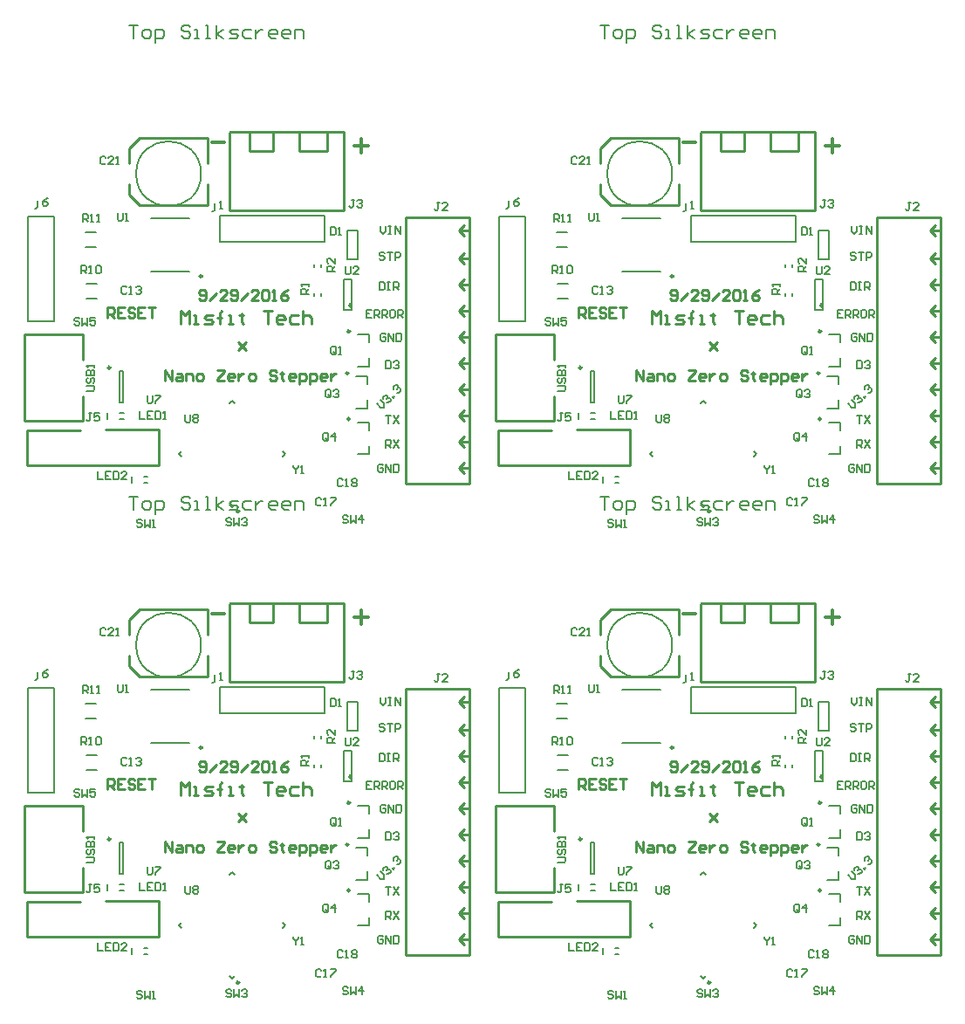
<source format=gto>
G04 Layer_Color=65535*
%FSLAX25Y25*%
%MOIN*%
G70*
G01*
G75*
%ADD43C,0.00800*%
%ADD45C,0.01000*%
%ADD67C,0.00984*%
%ADD68C,0.00500*%
%ADD69C,0.00787*%
%ADD70C,0.01400*%
D43*
X193044Y273687D02*
G03*
X193044Y273687I-12400J0D01*
G01*
X249243Y142743D02*
X248744Y143243D01*
X247744D01*
X247244Y142743D01*
Y142243D01*
X247744Y141744D01*
X248744D01*
X249243Y141244D01*
Y140744D01*
X248744Y140244D01*
X247744D01*
X247244Y140744D01*
X250243Y143243D02*
Y140244D01*
X251243Y141244D01*
X252242Y140244D01*
Y143243D01*
X254742Y140244D02*
Y143243D01*
X253242Y141744D01*
X255241D01*
X251743Y263743D02*
X250744D01*
X251244D01*
Y261244D01*
X250744Y260744D01*
X250244D01*
X249744Y261244D01*
X252743Y263243D02*
X253243Y263743D01*
X254243D01*
X254743Y263243D01*
Y262743D01*
X254243Y262244D01*
X253743D01*
X254243D01*
X254743Y261744D01*
Y261244D01*
X254243Y260744D01*
X253243D01*
X252743Y261244D01*
X151199Y182299D02*
X150200D01*
X150699D01*
Y179800D01*
X150200Y179300D01*
X149700D01*
X149200Y179800D01*
X154198Y182299D02*
X152199D01*
Y180799D01*
X153199Y181299D01*
X153699D01*
X154198Y180799D01*
Y179800D01*
X153699Y179300D01*
X152699D01*
X152199Y179800D01*
X156743Y279743D02*
X156244Y280243D01*
X155244D01*
X154744Y279743D01*
Y277744D01*
X155244Y277244D01*
X156244D01*
X156743Y277744D01*
X159742Y277244D02*
X157743D01*
X159742Y279243D01*
Y279743D01*
X159243Y280243D01*
X158243D01*
X157743Y279743D01*
X160742Y277244D02*
X161742D01*
X161242D01*
Y280243D01*
X160742Y279743D01*
X228200Y162199D02*
Y161699D01*
X229200Y160699D01*
X230199Y161699D01*
Y162199D01*
X229200Y160699D02*
Y159200D01*
X231199D02*
X232199D01*
X231699D01*
Y162199D01*
X231199Y161699D01*
X149345Y190844D02*
X151844D01*
X152344Y191344D01*
Y192344D01*
X151844Y192843D01*
X149345D01*
X149845Y195843D02*
X149345Y195343D01*
Y194343D01*
X149845Y193843D01*
X150345D01*
X150845Y194343D01*
Y195343D01*
X151344Y195843D01*
X151844D01*
X152344Y195343D01*
Y194343D01*
X151844Y193843D01*
X149345Y196842D02*
X152344D01*
Y198342D01*
X151844Y198842D01*
X151344D01*
X150845Y198342D01*
Y196842D01*
Y198342D01*
X150345Y198842D01*
X149845D01*
X149345Y198342D01*
Y196842D01*
X152344Y199841D02*
Y200841D01*
Y200341D01*
X149345D01*
X149845Y199841D01*
X187000Y181699D02*
Y179200D01*
X187500Y178700D01*
X188499D01*
X188999Y179200D01*
Y181699D01*
X189999Y181199D02*
X190499Y181699D01*
X191499D01*
X191998Y181199D01*
Y180699D01*
X191499Y180200D01*
X191998Y179700D01*
Y179200D01*
X191499Y178700D01*
X190499D01*
X189999Y179200D01*
Y179700D01*
X190499Y180200D01*
X189999Y180699D01*
Y181199D01*
X190499Y180200D02*
X191499D01*
X172544Y189143D02*
Y186644D01*
X173044Y186144D01*
X174044D01*
X174543Y186644D01*
Y189143D01*
X175543D02*
X177542D01*
Y188643D01*
X175543Y186644D01*
Y186144D01*
X248244Y238243D02*
Y235744D01*
X248744Y235244D01*
X249744D01*
X250243Y235744D01*
Y238243D01*
X253242Y235244D02*
X251243D01*
X253242Y237243D01*
Y237743D01*
X252743Y238243D01*
X251743D01*
X251243Y237743D01*
X146743Y218243D02*
X146244Y218743D01*
X145244D01*
X144744Y218243D01*
Y217743D01*
X145244Y217244D01*
X146244D01*
X146743Y216744D01*
Y216244D01*
X146244Y215744D01*
X145244D01*
X144744Y216244D01*
X147743Y218743D02*
Y215744D01*
X148743Y216744D01*
X149742Y215744D01*
Y218743D01*
X152742D02*
X150742D01*
Y217244D01*
X151742Y217743D01*
X152242D01*
X152742Y217244D01*
Y216244D01*
X152242Y215744D01*
X151242D01*
X150742Y216244D01*
X244100Y236500D02*
X241101D01*
Y238000D01*
X241601Y238499D01*
X242600D01*
X243100Y238000D01*
Y236500D01*
Y237500D02*
X244100Y238499D01*
Y241498D02*
Y239499D01*
X242101Y241498D01*
X241601D01*
X241101Y240999D01*
Y239999D01*
X241601Y239499D01*
X234244Y227744D02*
X231245D01*
Y229244D01*
X231745Y229743D01*
X232745D01*
X233244Y229244D01*
Y227744D01*
Y228744D02*
X234244Y229743D01*
Y230743D02*
Y231743D01*
Y231243D01*
X231245D01*
X231745Y230743D01*
X153600Y159899D02*
Y156900D01*
X155599D01*
X158598Y159899D02*
X156599D01*
Y156900D01*
X158598D01*
X156599Y158399D02*
X157599D01*
X159598Y159899D02*
Y156900D01*
X161098D01*
X161597Y157400D01*
Y159399D01*
X161098Y159899D01*
X159598D01*
X164596Y156900D02*
X162597D01*
X164596Y158899D01*
Y159399D01*
X164097Y159899D01*
X163097D01*
X162597Y159399D01*
X169644Y182943D02*
Y179944D01*
X171643D01*
X174643Y182943D02*
X172643D01*
Y179944D01*
X174643D01*
X172643Y181444D02*
X173643D01*
X175642Y182943D02*
Y179944D01*
X177142D01*
X177641Y180444D01*
Y182443D01*
X177142Y182943D01*
X175642D01*
X178641Y179944D02*
X179641D01*
X179141D01*
Y182943D01*
X178641Y182443D01*
X242444Y253243D02*
Y250244D01*
X243944D01*
X244443Y250744D01*
Y252743D01*
X243944Y253243D01*
X242444D01*
X245443Y250244D02*
X246443D01*
X245943D01*
Y253243D01*
X245443Y252743D01*
X247099Y156699D02*
X246600Y157199D01*
X245600D01*
X245100Y156699D01*
Y154700D01*
X245600Y154200D01*
X246600D01*
X247099Y154700D01*
X248099Y154200D02*
X249099D01*
X248599D01*
Y157199D01*
X248099Y156699D01*
X250598D02*
X251098Y157199D01*
X252098D01*
X252598Y156699D01*
Y156199D01*
X252098Y155700D01*
X252598Y155200D01*
Y154700D01*
X252098Y154200D01*
X251098D01*
X250598Y154700D01*
Y155200D01*
X251098Y155700D01*
X250598Y156199D01*
Y156699D01*
X251098Y155700D02*
X252098D01*
X238999Y149399D02*
X238499Y149899D01*
X237500D01*
X237000Y149399D01*
Y147400D01*
X237500Y146900D01*
X238499D01*
X238999Y147400D01*
X239999Y146900D02*
X240999D01*
X240499D01*
Y149899D01*
X239999Y149399D01*
X242498Y149899D02*
X244498D01*
Y149399D01*
X242498Y147400D01*
Y146900D01*
X164743Y230243D02*
X164244Y230743D01*
X163244D01*
X162744Y230243D01*
Y228244D01*
X163244Y227744D01*
X164244D01*
X164743Y228244D01*
X165743Y227744D02*
X166743D01*
X166243D01*
Y230743D01*
X165743Y230243D01*
X168242D02*
X168742Y230743D01*
X169742D01*
X170242Y230243D01*
Y229743D01*
X169742Y229244D01*
X169242D01*
X169742D01*
X170242Y228744D01*
Y228244D01*
X169742Y227744D01*
X168742D01*
X168242Y228244D01*
X197244Y259244D02*
X197744D01*
X198244Y259744D01*
Y262243D01*
X200243Y260244D02*
X201243D01*
X200743D01*
Y263243D01*
X200243Y262743D01*
X129500Y260400D02*
X130000D01*
X130500Y260900D01*
Y263399D01*
X134498Y264399D02*
X133499Y263899D01*
X132499Y262899D01*
Y261900D01*
X132999Y261400D01*
X133999D01*
X134498Y261900D01*
Y262400D01*
X133999Y262899D01*
X132499D01*
X147400Y235600D02*
Y238599D01*
X148899D01*
X149399Y238099D01*
Y237100D01*
X148899Y236600D01*
X147400D01*
X148400D02*
X149399Y235600D01*
X150399D02*
X151399D01*
X150899D01*
Y238599D01*
X150399Y238099D01*
X152898D02*
X153398Y238599D01*
X154398D01*
X154898Y238099D01*
Y236100D01*
X154398Y235600D01*
X153398D01*
X152898Y236100D01*
Y238099D01*
X147800Y255300D02*
Y258299D01*
X149300D01*
X149799Y257799D01*
Y256800D01*
X149300Y256300D01*
X147800D01*
X148800D02*
X149799Y255300D01*
X150799D02*
X151799D01*
X151299D01*
Y258299D01*
X150799Y257799D01*
X153298Y255300D02*
X154298D01*
X153798D01*
Y258299D01*
X153298Y257799D01*
X170543Y141243D02*
X170044Y141743D01*
X169044D01*
X168544Y141243D01*
Y140743D01*
X169044Y140244D01*
X170044D01*
X170543Y139744D01*
Y139244D01*
X170044Y138744D01*
X169044D01*
X168544Y139244D01*
X171543Y141743D02*
Y138744D01*
X172543Y139744D01*
X173542Y138744D01*
Y141743D01*
X174542Y138744D02*
X175542D01*
X175042D01*
Y141743D01*
X174542Y141243D01*
X161244Y258743D02*
Y256244D01*
X161744Y255744D01*
X162744D01*
X163243Y256244D01*
Y258743D01*
X164243Y255744D02*
X165243D01*
X164743D01*
Y258743D01*
X164243Y258243D01*
X204743Y141743D02*
X204244Y142243D01*
X203244D01*
X202744Y141743D01*
Y141243D01*
X203244Y140744D01*
X204244D01*
X204743Y140244D01*
Y139744D01*
X204244Y139244D01*
X203244D01*
X202744Y139744D01*
X205743Y142243D02*
Y139244D01*
X206743Y140244D01*
X207743Y139244D01*
Y142243D01*
X208742Y141743D02*
X209242Y142243D01*
X210242D01*
X210741Y141743D01*
Y141243D01*
X210242Y140744D01*
X209742D01*
X210242D01*
X210741Y140244D01*
Y139744D01*
X210242Y139244D01*
X209242D01*
X208742Y139744D01*
X244743Y205244D02*
Y207243D01*
X244244Y207743D01*
X243244D01*
X242744Y207243D01*
Y205244D01*
X243244Y204744D01*
X244244D01*
X243744Y205744D02*
X244743Y204744D01*
X244244D02*
X244743Y205244D01*
X245743Y204744D02*
X246743D01*
X246243D01*
Y207743D01*
X245743Y207243D01*
X242743Y188744D02*
Y190743D01*
X242244Y191243D01*
X241244D01*
X240744Y190743D01*
Y188744D01*
X241244Y188244D01*
X242244D01*
X241744Y189244D02*
X242743Y188244D01*
X242244D02*
X242743Y188744D01*
X243743Y190743D02*
X244243Y191243D01*
X245243D01*
X245743Y190743D01*
Y190243D01*
X245243Y189744D01*
X244743D01*
X245243D01*
X245743Y189244D01*
Y188744D01*
X245243Y188244D01*
X244243D01*
X243743Y188744D01*
X241743Y172244D02*
Y174243D01*
X241244Y174743D01*
X240244D01*
X239744Y174243D01*
Y172244D01*
X240244Y171744D01*
X241244D01*
X240744Y172744D02*
X241743Y171744D01*
X241244D02*
X241743Y172244D01*
X244243Y171744D02*
Y174743D01*
X242743Y173244D01*
X244742D01*
X284243Y262743D02*
X283244D01*
X283744D01*
Y260244D01*
X283244Y259744D01*
X282744D01*
X282244Y260244D01*
X287243Y259744D02*
X285243D01*
X287243Y261743D01*
Y262243D01*
X286743Y262743D01*
X285743D01*
X285243Y262243D01*
X165720Y330492D02*
X169052D01*
X167386D01*
Y325494D01*
X171551D02*
X173217D01*
X174050Y326327D01*
Y327993D01*
X173217Y328826D01*
X171551D01*
X170718Y327993D01*
Y326327D01*
X171551Y325494D01*
X175716Y323828D02*
Y328826D01*
X178216D01*
X179049Y327993D01*
Y326327D01*
X178216Y325494D01*
X175716D01*
X189046Y329659D02*
X188212Y330492D01*
X186546D01*
X185713Y329659D01*
Y328826D01*
X186546Y327993D01*
X188212D01*
X189046Y327160D01*
Y326327D01*
X188212Y325494D01*
X186546D01*
X185713Y326327D01*
X190712Y325494D02*
X192378D01*
X191545D01*
Y328826D01*
X190712D01*
X194877Y325494D02*
X196543D01*
X195710D01*
Y330492D01*
X194877D01*
X199042Y325494D02*
Y330492D01*
Y327160D02*
X201541Y328826D01*
X199042Y327160D02*
X201541Y325494D01*
X204041D02*
X206540D01*
X207373Y326327D01*
X206540Y327160D01*
X204874D01*
X204041Y327993D01*
X204874Y328826D01*
X207373D01*
X212371D02*
X209872D01*
X209039Y327993D01*
Y326327D01*
X209872Y325494D01*
X212371D01*
X214037Y328826D02*
Y325494D01*
Y327160D01*
X214870Y327993D01*
X215704Y328826D01*
X216537D01*
X221535Y325494D02*
X219869D01*
X219036Y326327D01*
Y327993D01*
X219869Y328826D01*
X221535D01*
X222368Y327993D01*
Y327160D01*
X219036D01*
X226533Y325494D02*
X224867D01*
X224034Y326327D01*
Y327993D01*
X224867Y328826D01*
X226533D01*
X227366Y327993D01*
Y327160D01*
X224034D01*
X229032Y325494D02*
Y328826D01*
X231532D01*
X232365Y327993D01*
Y325494D01*
X261744Y253617D02*
Y251618D01*
X262744Y250618D01*
X263743Y251618D01*
Y253617D01*
X264743D02*
X265743D01*
X265243D01*
Y250618D01*
X264743D01*
X265743D01*
X267242D02*
Y253617D01*
X269242Y250618D01*
Y253617D01*
X263243Y243243D02*
X262744Y243743D01*
X261744D01*
X261244Y243243D01*
Y242743D01*
X261744Y242244D01*
X262744D01*
X263243Y241744D01*
Y241244D01*
X262744Y240744D01*
X261744D01*
X261244Y241244D01*
X264243Y243743D02*
X266243D01*
X265243D01*
Y240744D01*
X267242D02*
Y243743D01*
X268742D01*
X269241Y243243D01*
Y242244D01*
X268742Y241744D01*
X267242D01*
X261244Y232243D02*
Y229244D01*
X262744D01*
X263243Y229744D01*
Y231743D01*
X262744Y232243D01*
X261244D01*
X264243D02*
X265243D01*
X264743D01*
Y229244D01*
X264243D01*
X265243D01*
X266742D02*
Y232243D01*
X268242D01*
X268742Y231743D01*
Y230744D01*
X268242Y230244D01*
X266742D01*
X267742D02*
X268742Y229244D01*
X263744Y202243D02*
Y199244D01*
X265244D01*
X265743Y199744D01*
Y201743D01*
X265244Y202243D01*
X263744D01*
X266743Y201743D02*
X267243Y202243D01*
X268243D01*
X268742Y201743D01*
Y201243D01*
X268243Y200744D01*
X267743D01*
X268243D01*
X268742Y200244D01*
Y199744D01*
X268243Y199244D01*
X267243D01*
X266743Y199744D01*
X260123Y185865D02*
X261537Y184451D01*
X262951D01*
X262951Y185865D01*
X261537Y187278D01*
X262597Y187632D02*
Y188339D01*
X263304Y189046D01*
X264011Y189046D01*
X264365Y188692D01*
Y187985D01*
X264011Y187632D01*
X264365Y187985D01*
X265072Y187985D01*
X265425Y187632D01*
X265425Y186925D01*
X264718Y186218D01*
X264011D01*
X266485Y187985D02*
X266132Y188339D01*
X266485Y188692D01*
X266839Y188339D01*
X266485Y187985D01*
Y191520D02*
Y192227D01*
X267192Y192933D01*
X267899Y192933D01*
X268253Y192580D01*
Y191873D01*
X267899Y191520D01*
X268253Y191873D01*
X268959D01*
X269313Y191520D01*
Y190813D01*
X268606Y190106D01*
X267899D01*
X263744Y181243D02*
X265743D01*
X264744D01*
Y178244D01*
X266743Y181243D02*
X268742Y178244D01*
Y181243D02*
X266743Y178244D01*
X263744Y169044D02*
Y172043D01*
X265244D01*
X265743Y171543D01*
Y170544D01*
X265244Y170044D01*
X263744D01*
X264744D02*
X265743Y169044D01*
X266743Y172043D02*
X268742Y169044D01*
Y172043D02*
X266743Y169044D01*
X263743Y212243D02*
X263244Y212743D01*
X262244D01*
X261744Y212243D01*
Y210244D01*
X262244Y209744D01*
X263244D01*
X263743Y210244D01*
Y211244D01*
X262744D01*
X264743Y209744D02*
Y212743D01*
X266742Y209744D01*
Y212743D01*
X267742D02*
Y209744D01*
X269242D01*
X269742Y210244D01*
Y212243D01*
X269242Y212743D01*
X267742D01*
X258243Y221743D02*
X256244D01*
Y218744D01*
X258243D01*
X256244Y220244D02*
X257244D01*
X259243Y218744D02*
Y221743D01*
X260743D01*
X261243Y221243D01*
Y220244D01*
X260743Y219744D01*
X259243D01*
X260243D02*
X261243Y218744D01*
X262242D02*
Y221743D01*
X263742D01*
X264242Y221243D01*
Y220244D01*
X263742Y219744D01*
X262242D01*
X263242D02*
X264242Y218744D01*
X266741Y221743D02*
X265741D01*
X265241Y221243D01*
Y219244D01*
X265741Y218744D01*
X266741D01*
X267241Y219244D01*
Y221243D01*
X266741Y221743D01*
X268240Y218744D02*
Y221743D01*
X269740D01*
X270240Y221243D01*
Y220244D01*
X269740Y219744D01*
X268240D01*
X269240D02*
X270240Y218744D01*
X262743Y162243D02*
X262244Y162743D01*
X261244D01*
X260744Y162243D01*
Y160244D01*
X261244Y159744D01*
X262244D01*
X262743Y160244D01*
Y161244D01*
X261744D01*
X263743Y159744D02*
Y162743D01*
X265742Y159744D01*
Y162743D01*
X266742D02*
Y159744D01*
X268242D01*
X268741Y160244D01*
Y162243D01*
X268242Y162743D01*
X266742D01*
X373044Y273687D02*
G03*
X373044Y273687I-12400J0D01*
G01*
X429243Y142743D02*
X428744Y143243D01*
X427744D01*
X427244Y142743D01*
Y142243D01*
X427744Y141744D01*
X428744D01*
X429243Y141244D01*
Y140744D01*
X428744Y140244D01*
X427744D01*
X427244Y140744D01*
X430243Y143243D02*
Y140244D01*
X431243Y141244D01*
X432242Y140244D01*
Y143243D01*
X434742Y140244D02*
Y143243D01*
X433242Y141744D01*
X435242D01*
X431743Y263743D02*
X430744D01*
X431244D01*
Y261244D01*
X430744Y260744D01*
X430244D01*
X429744Y261244D01*
X432743Y263243D02*
X433243Y263743D01*
X434243D01*
X434742Y263243D01*
Y262743D01*
X434243Y262244D01*
X433743D01*
X434243D01*
X434742Y261744D01*
Y261244D01*
X434243Y260744D01*
X433243D01*
X432743Y261244D01*
X331199Y182299D02*
X330200D01*
X330699D01*
Y179800D01*
X330200Y179300D01*
X329700D01*
X329200Y179800D01*
X334198Y182299D02*
X332199D01*
Y180799D01*
X333199Y181299D01*
X333699D01*
X334198Y180799D01*
Y179800D01*
X333699Y179300D01*
X332699D01*
X332199Y179800D01*
X336743Y279743D02*
X336244Y280243D01*
X335244D01*
X334744Y279743D01*
Y277744D01*
X335244Y277244D01*
X336244D01*
X336743Y277744D01*
X339742Y277244D02*
X337743D01*
X339742Y279243D01*
Y279743D01*
X339243Y280243D01*
X338243D01*
X337743Y279743D01*
X340742Y277244D02*
X341742D01*
X341242D01*
Y280243D01*
X340742Y279743D01*
X408200Y162199D02*
Y161699D01*
X409200Y160699D01*
X410199Y161699D01*
Y162199D01*
X409200Y160699D02*
Y159200D01*
X411199D02*
X412199D01*
X411699D01*
Y162199D01*
X411199Y161699D01*
X329345Y190844D02*
X331844D01*
X332344Y191344D01*
Y192344D01*
X331844Y192843D01*
X329345D01*
X329845Y195843D02*
X329345Y195343D01*
Y194343D01*
X329845Y193843D01*
X330345D01*
X330845Y194343D01*
Y195343D01*
X331344Y195843D01*
X331844D01*
X332344Y195343D01*
Y194343D01*
X331844Y193843D01*
X329345Y196842D02*
X332344D01*
Y198342D01*
X331844Y198842D01*
X331344D01*
X330845Y198342D01*
Y196842D01*
Y198342D01*
X330345Y198842D01*
X329845D01*
X329345Y198342D01*
Y196842D01*
X332344Y199841D02*
Y200841D01*
Y200341D01*
X329345D01*
X329845Y199841D01*
X367000Y181699D02*
Y179200D01*
X367500Y178700D01*
X368499D01*
X368999Y179200D01*
Y181699D01*
X369999Y181199D02*
X370499Y181699D01*
X371498D01*
X371998Y181199D01*
Y180699D01*
X371498Y180200D01*
X371998Y179700D01*
Y179200D01*
X371498Y178700D01*
X370499D01*
X369999Y179200D01*
Y179700D01*
X370499Y180200D01*
X369999Y180699D01*
Y181199D01*
X370499Y180200D02*
X371498D01*
X352544Y189143D02*
Y186644D01*
X353044Y186144D01*
X354044D01*
X354543Y186644D01*
Y189143D01*
X355543D02*
X357542D01*
Y188643D01*
X355543Y186644D01*
Y186144D01*
X428244Y238243D02*
Y235744D01*
X428744Y235244D01*
X429744D01*
X430243Y235744D01*
Y238243D01*
X433243Y235244D02*
X431243D01*
X433243Y237243D01*
Y237743D01*
X432743Y238243D01*
X431743D01*
X431243Y237743D01*
X326743Y218243D02*
X326244Y218743D01*
X325244D01*
X324744Y218243D01*
Y217743D01*
X325244Y217244D01*
X326244D01*
X326743Y216744D01*
Y216244D01*
X326244Y215744D01*
X325244D01*
X324744Y216244D01*
X327743Y218743D02*
Y215744D01*
X328743Y216744D01*
X329743Y215744D01*
Y218743D01*
X332741D02*
X330742D01*
Y217244D01*
X331742Y217743D01*
X332242D01*
X332741Y217244D01*
Y216244D01*
X332242Y215744D01*
X331242D01*
X330742Y216244D01*
X424100Y236500D02*
X421101D01*
Y238000D01*
X421601Y238499D01*
X422601D01*
X423100Y238000D01*
Y236500D01*
Y237500D02*
X424100Y238499D01*
Y241498D02*
Y239499D01*
X422101Y241498D01*
X421601D01*
X421101Y240999D01*
Y239999D01*
X421601Y239499D01*
X414244Y227744D02*
X411245D01*
Y229244D01*
X411745Y229743D01*
X412745D01*
X413244Y229244D01*
Y227744D01*
Y228744D02*
X414244Y229743D01*
Y230743D02*
Y231743D01*
Y231243D01*
X411245D01*
X411745Y230743D01*
X333600Y159899D02*
Y156900D01*
X335599D01*
X338598Y159899D02*
X336599D01*
Y156900D01*
X338598D01*
X336599Y158399D02*
X337599D01*
X339598Y159899D02*
Y156900D01*
X341098D01*
X341597Y157400D01*
Y159399D01*
X341098Y159899D01*
X339598D01*
X344596Y156900D02*
X342597D01*
X344596Y158899D01*
Y159399D01*
X344097Y159899D01*
X343097D01*
X342597Y159399D01*
X349644Y182943D02*
Y179944D01*
X351643D01*
X354643Y182943D02*
X352643D01*
Y179944D01*
X354643D01*
X352643Y181444D02*
X353643D01*
X355642Y182943D02*
Y179944D01*
X357142D01*
X357642Y180444D01*
Y182443D01*
X357142Y182943D01*
X355642D01*
X358641Y179944D02*
X359641D01*
X359141D01*
Y182943D01*
X358641Y182443D01*
X422444Y253243D02*
Y250244D01*
X423944D01*
X424443Y250744D01*
Y252743D01*
X423944Y253243D01*
X422444D01*
X425443Y250244D02*
X426443D01*
X425943D01*
Y253243D01*
X425443Y252743D01*
X427099Y156699D02*
X426600Y157199D01*
X425600D01*
X425100Y156699D01*
Y154700D01*
X425600Y154200D01*
X426600D01*
X427099Y154700D01*
X428099Y154200D02*
X429099D01*
X428599D01*
Y157199D01*
X428099Y156699D01*
X430598D02*
X431098Y157199D01*
X432098D01*
X432598Y156699D01*
Y156199D01*
X432098Y155700D01*
X432598Y155200D01*
Y154700D01*
X432098Y154200D01*
X431098D01*
X430598Y154700D01*
Y155200D01*
X431098Y155700D01*
X430598Y156199D01*
Y156699D01*
X431098Y155700D02*
X432098D01*
X418999Y149399D02*
X418500Y149899D01*
X417500D01*
X417000Y149399D01*
Y147400D01*
X417500Y146900D01*
X418500D01*
X418999Y147400D01*
X419999Y146900D02*
X420999D01*
X420499D01*
Y149899D01*
X419999Y149399D01*
X422498Y149899D02*
X424498D01*
Y149399D01*
X422498Y147400D01*
Y146900D01*
X344743Y230243D02*
X344244Y230743D01*
X343244D01*
X342744Y230243D01*
Y228244D01*
X343244Y227744D01*
X344244D01*
X344743Y228244D01*
X345743Y227744D02*
X346743D01*
X346243D01*
Y230743D01*
X345743Y230243D01*
X348242D02*
X348742Y230743D01*
X349742D01*
X350242Y230243D01*
Y229743D01*
X349742Y229244D01*
X349242D01*
X349742D01*
X350242Y228744D01*
Y228244D01*
X349742Y227744D01*
X348742D01*
X348242Y228244D01*
X377244Y259244D02*
X377744D01*
X378244Y259744D01*
Y262243D01*
X380243Y260244D02*
X381243D01*
X380743D01*
Y263243D01*
X380243Y262743D01*
X309500Y260400D02*
X310000D01*
X310500Y260900D01*
Y263399D01*
X314498Y264399D02*
X313499Y263899D01*
X312499Y262899D01*
Y261900D01*
X312999Y261400D01*
X313999D01*
X314498Y261900D01*
Y262400D01*
X313999Y262899D01*
X312499D01*
X327400Y235600D02*
Y238599D01*
X328900D01*
X329399Y238099D01*
Y237100D01*
X328900Y236600D01*
X327400D01*
X328400D02*
X329399Y235600D01*
X330399D02*
X331399D01*
X330899D01*
Y238599D01*
X330399Y238099D01*
X332898D02*
X333398Y238599D01*
X334398D01*
X334898Y238099D01*
Y236100D01*
X334398Y235600D01*
X333398D01*
X332898Y236100D01*
Y238099D01*
X327800Y255300D02*
Y258299D01*
X329299D01*
X329799Y257799D01*
Y256800D01*
X329299Y256300D01*
X327800D01*
X328800D02*
X329799Y255300D01*
X330799D02*
X331799D01*
X331299D01*
Y258299D01*
X330799Y257799D01*
X333298Y255300D02*
X334298D01*
X333798D01*
Y258299D01*
X333298Y257799D01*
X350543Y141243D02*
X350044Y141743D01*
X349044D01*
X348544Y141243D01*
Y140743D01*
X349044Y140244D01*
X350044D01*
X350543Y139744D01*
Y139244D01*
X350044Y138744D01*
X349044D01*
X348544Y139244D01*
X351543Y141743D02*
Y138744D01*
X352543Y139744D01*
X353542Y138744D01*
Y141743D01*
X354542Y138744D02*
X355542D01*
X355042D01*
Y141743D01*
X354542Y141243D01*
X341244Y258743D02*
Y256244D01*
X341744Y255744D01*
X342744D01*
X343243Y256244D01*
Y258743D01*
X344243Y255744D02*
X345243D01*
X344743D01*
Y258743D01*
X344243Y258243D01*
X384743Y141743D02*
X384244Y142243D01*
X383244D01*
X382744Y141743D01*
Y141243D01*
X383244Y140744D01*
X384244D01*
X384743Y140244D01*
Y139744D01*
X384244Y139244D01*
X383244D01*
X382744Y139744D01*
X385743Y142243D02*
Y139244D01*
X386743Y140244D01*
X387742Y139244D01*
Y142243D01*
X388742Y141743D02*
X389242Y142243D01*
X390242D01*
X390741Y141743D01*
Y141243D01*
X390242Y140744D01*
X389742D01*
X390242D01*
X390741Y140244D01*
Y139744D01*
X390242Y139244D01*
X389242D01*
X388742Y139744D01*
X424743Y205244D02*
Y207243D01*
X424244Y207743D01*
X423244D01*
X422744Y207243D01*
Y205244D01*
X423244Y204744D01*
X424244D01*
X423744Y205744D02*
X424743Y204744D01*
X424244D02*
X424743Y205244D01*
X425743Y204744D02*
X426743D01*
X426243D01*
Y207743D01*
X425743Y207243D01*
X422743Y188744D02*
Y190743D01*
X422244Y191243D01*
X421244D01*
X420744Y190743D01*
Y188744D01*
X421244Y188244D01*
X422244D01*
X421744Y189244D02*
X422743Y188244D01*
X422244D02*
X422743Y188744D01*
X423743Y190743D02*
X424243Y191243D01*
X425243D01*
X425742Y190743D01*
Y190243D01*
X425243Y189744D01*
X424743D01*
X425243D01*
X425742Y189244D01*
Y188744D01*
X425243Y188244D01*
X424243D01*
X423743Y188744D01*
X421743Y172244D02*
Y174243D01*
X421244Y174743D01*
X420244D01*
X419744Y174243D01*
Y172244D01*
X420244Y171744D01*
X421244D01*
X420744Y172744D02*
X421743Y171744D01*
X421244D02*
X421743Y172244D01*
X424243Y171744D02*
Y174743D01*
X422743Y173244D01*
X424743D01*
X464243Y262743D02*
X463244D01*
X463744D01*
Y260244D01*
X463244Y259744D01*
X462744D01*
X462244Y260244D01*
X467242Y259744D02*
X465243D01*
X467242Y261743D01*
Y262243D01*
X466743Y262743D01*
X465743D01*
X465243Y262243D01*
X345720Y330492D02*
X349052D01*
X347386D01*
Y325494D01*
X351551D02*
X353217D01*
X354050Y326327D01*
Y327993D01*
X353217Y328826D01*
X351551D01*
X350718Y327993D01*
Y326327D01*
X351551Y325494D01*
X355716Y323828D02*
Y328826D01*
X358216D01*
X359049Y327993D01*
Y326327D01*
X358216Y325494D01*
X355716D01*
X369045Y329659D02*
X368212Y330492D01*
X366546D01*
X365713Y329659D01*
Y328826D01*
X366546Y327993D01*
X368212D01*
X369045Y327160D01*
Y326327D01*
X368212Y325494D01*
X366546D01*
X365713Y326327D01*
X370712Y325494D02*
X372378D01*
X371545D01*
Y328826D01*
X370712D01*
X374877Y325494D02*
X376543D01*
X375710D01*
Y330492D01*
X374877D01*
X379042Y325494D02*
Y330492D01*
Y327160D02*
X381541Y328826D01*
X379042Y327160D02*
X381541Y325494D01*
X384041D02*
X386540D01*
X387373Y326327D01*
X386540Y327160D01*
X384874D01*
X384041Y327993D01*
X384874Y328826D01*
X387373D01*
X392371D02*
X389872D01*
X389039Y327993D01*
Y326327D01*
X389872Y325494D01*
X392371D01*
X394037Y328826D02*
Y325494D01*
Y327160D01*
X394870Y327993D01*
X395704Y328826D01*
X396537D01*
X401535Y325494D02*
X399869D01*
X399036Y326327D01*
Y327993D01*
X399869Y328826D01*
X401535D01*
X402368Y327993D01*
Y327160D01*
X399036D01*
X406533Y325494D02*
X404867D01*
X404034Y326327D01*
Y327993D01*
X404867Y328826D01*
X406533D01*
X407366Y327993D01*
Y327160D01*
X404034D01*
X409032Y325494D02*
Y328826D01*
X411532D01*
X412365Y327993D01*
Y325494D01*
X441744Y253617D02*
Y251618D01*
X442744Y250618D01*
X443743Y251618D01*
Y253617D01*
X444743D02*
X445743D01*
X445243D01*
Y250618D01*
X444743D01*
X445743D01*
X447242D02*
Y253617D01*
X449242Y250618D01*
Y253617D01*
X443243Y243243D02*
X442744Y243743D01*
X441744D01*
X441244Y243243D01*
Y242743D01*
X441744Y242244D01*
X442744D01*
X443243Y241744D01*
Y241244D01*
X442744Y240744D01*
X441744D01*
X441244Y241244D01*
X444243Y243743D02*
X446243D01*
X445243D01*
Y240744D01*
X447242D02*
Y243743D01*
X448742D01*
X449241Y243243D01*
Y242244D01*
X448742Y241744D01*
X447242D01*
X441244Y232243D02*
Y229244D01*
X442744D01*
X443243Y229744D01*
Y231743D01*
X442744Y232243D01*
X441244D01*
X444243D02*
X445243D01*
X444743D01*
Y229244D01*
X444243D01*
X445243D01*
X446742D02*
Y232243D01*
X448242D01*
X448742Y231743D01*
Y230744D01*
X448242Y230244D01*
X446742D01*
X447742D02*
X448742Y229244D01*
X443744Y202243D02*
Y199244D01*
X445244D01*
X445743Y199744D01*
Y201743D01*
X445244Y202243D01*
X443744D01*
X446743Y201743D02*
X447243Y202243D01*
X448243D01*
X448742Y201743D01*
Y201243D01*
X448243Y200744D01*
X447743D01*
X448243D01*
X448742Y200244D01*
Y199744D01*
X448243Y199244D01*
X447243D01*
X446743Y199744D01*
X440124Y185865D02*
X441537Y184451D01*
X442951D01*
X442951Y185865D01*
X441537Y187278D01*
X442597Y187632D02*
Y188339D01*
X443304Y189046D01*
X444011Y189046D01*
X444365Y188692D01*
Y187985D01*
X444011Y187632D01*
X444365Y187985D01*
X445072Y187985D01*
X445425Y187632D01*
X445425Y186925D01*
X444718Y186218D01*
X444011D01*
X446485Y187985D02*
X446132Y188339D01*
X446485Y188692D01*
X446839Y188339D01*
X446485Y187985D01*
Y191520D02*
Y192227D01*
X447192Y192933D01*
X447899Y192933D01*
X448252Y192580D01*
Y191873D01*
X447899Y191520D01*
X448252Y191873D01*
X448959D01*
X449313Y191520D01*
Y190813D01*
X448606Y190106D01*
X447899D01*
X443744Y181243D02*
X445743D01*
X444744D01*
Y178244D01*
X446743Y181243D02*
X448742Y178244D01*
Y181243D02*
X446743Y178244D01*
X443744Y169044D02*
Y172043D01*
X445244D01*
X445743Y171543D01*
Y170544D01*
X445244Y170044D01*
X443744D01*
X444744D02*
X445743Y169044D01*
X446743Y172043D02*
X448742Y169044D01*
Y172043D02*
X446743Y169044D01*
X443743Y212243D02*
X443244Y212743D01*
X442244D01*
X441744Y212243D01*
Y210244D01*
X442244Y209744D01*
X443244D01*
X443743Y210244D01*
Y211244D01*
X442744D01*
X444743Y209744D02*
Y212743D01*
X446742Y209744D01*
Y212743D01*
X447742D02*
Y209744D01*
X449242D01*
X449742Y210244D01*
Y212243D01*
X449242Y212743D01*
X447742D01*
X438243Y221743D02*
X436244D01*
Y218744D01*
X438243D01*
X436244Y220244D02*
X437244D01*
X439243Y218744D02*
Y221743D01*
X440743D01*
X441243Y221243D01*
Y220244D01*
X440743Y219744D01*
X439243D01*
X440243D02*
X441243Y218744D01*
X442242D02*
Y221743D01*
X443742D01*
X444242Y221243D01*
Y220244D01*
X443742Y219744D01*
X442242D01*
X443242D02*
X444242Y218744D01*
X446741Y221743D02*
X445741D01*
X445241Y221243D01*
Y219244D01*
X445741Y218744D01*
X446741D01*
X447240Y219244D01*
Y221243D01*
X446741Y221743D01*
X448240Y218744D02*
Y221743D01*
X449740D01*
X450240Y221243D01*
Y220244D01*
X449740Y219744D01*
X448240D01*
X449240D02*
X450240Y218744D01*
X442743Y162243D02*
X442244Y162743D01*
X441244D01*
X440744Y162243D01*
Y160244D01*
X441244Y159744D01*
X442244D01*
X442743Y160244D01*
Y161244D01*
X441744D01*
X443743Y159744D02*
Y162743D01*
X445743Y159744D01*
Y162743D01*
X446742D02*
Y159744D01*
X448242D01*
X448741Y160244D01*
Y162243D01*
X448242Y162743D01*
X446742D01*
X193044Y453687D02*
G03*
X193044Y453687I-12400J0D01*
G01*
X249243Y322743D02*
X248744Y323243D01*
X247744D01*
X247244Y322743D01*
Y322243D01*
X247744Y321744D01*
X248744D01*
X249243Y321244D01*
Y320744D01*
X248744Y320244D01*
X247744D01*
X247244Y320744D01*
X250243Y323243D02*
Y320244D01*
X251243Y321244D01*
X252242Y320244D01*
Y323243D01*
X254742Y320244D02*
Y323243D01*
X253242Y321744D01*
X255241D01*
X251743Y443743D02*
X250744D01*
X251244D01*
Y441244D01*
X250744Y440744D01*
X250244D01*
X249744Y441244D01*
X252743Y443243D02*
X253243Y443743D01*
X254243D01*
X254743Y443243D01*
Y442743D01*
X254243Y442244D01*
X253743D01*
X254243D01*
X254743Y441744D01*
Y441244D01*
X254243Y440744D01*
X253243D01*
X252743Y441244D01*
X151199Y362299D02*
X150200D01*
X150699D01*
Y359800D01*
X150200Y359300D01*
X149700D01*
X149200Y359800D01*
X154198Y362299D02*
X152199D01*
Y360800D01*
X153199Y361299D01*
X153699D01*
X154198Y360800D01*
Y359800D01*
X153699Y359300D01*
X152699D01*
X152199Y359800D01*
X156743Y459743D02*
X156244Y460243D01*
X155244D01*
X154744Y459743D01*
Y457744D01*
X155244Y457244D01*
X156244D01*
X156743Y457744D01*
X159742Y457244D02*
X157743D01*
X159742Y459243D01*
Y459743D01*
X159243Y460243D01*
X158243D01*
X157743Y459743D01*
X160742Y457244D02*
X161742D01*
X161242D01*
Y460243D01*
X160742Y459743D01*
X228200Y342199D02*
Y341699D01*
X229200Y340700D01*
X230199Y341699D01*
Y342199D01*
X229200Y340700D02*
Y339200D01*
X231199D02*
X232199D01*
X231699D01*
Y342199D01*
X231199Y341699D01*
X149345Y370844D02*
X151844D01*
X152344Y371344D01*
Y372344D01*
X151844Y372843D01*
X149345D01*
X149845Y375842D02*
X149345Y375343D01*
Y374343D01*
X149845Y373843D01*
X150345D01*
X150845Y374343D01*
Y375343D01*
X151344Y375842D01*
X151844D01*
X152344Y375343D01*
Y374343D01*
X151844Y373843D01*
X149345Y376842D02*
X152344D01*
Y378342D01*
X151844Y378841D01*
X151344D01*
X150845Y378342D01*
Y376842D01*
Y378342D01*
X150345Y378841D01*
X149845D01*
X149345Y378342D01*
Y376842D01*
X152344Y379841D02*
Y380841D01*
Y380341D01*
X149345D01*
X149845Y379841D01*
X187000Y361699D02*
Y359200D01*
X187500Y358700D01*
X188499D01*
X188999Y359200D01*
Y361699D01*
X189999Y361199D02*
X190499Y361699D01*
X191499D01*
X191998Y361199D01*
Y360699D01*
X191499Y360199D01*
X191998Y359700D01*
Y359200D01*
X191499Y358700D01*
X190499D01*
X189999Y359200D01*
Y359700D01*
X190499Y360199D01*
X189999Y360699D01*
Y361199D01*
X190499Y360199D02*
X191499D01*
X172544Y369143D02*
Y366644D01*
X173044Y366144D01*
X174044D01*
X174543Y366644D01*
Y369143D01*
X175543D02*
X177542D01*
Y368643D01*
X175543Y366644D01*
Y366144D01*
X248244Y418243D02*
Y415744D01*
X248744Y415244D01*
X249744D01*
X250243Y415744D01*
Y418243D01*
X253242Y415244D02*
X251243D01*
X253242Y417243D01*
Y417743D01*
X252743Y418243D01*
X251743D01*
X251243Y417743D01*
X146743Y398243D02*
X146244Y398743D01*
X145244D01*
X144744Y398243D01*
Y397743D01*
X145244Y397244D01*
X146244D01*
X146743Y396744D01*
Y396244D01*
X146244Y395744D01*
X145244D01*
X144744Y396244D01*
X147743Y398743D02*
Y395744D01*
X148743Y396744D01*
X149742Y395744D01*
Y398743D01*
X152742D02*
X150742D01*
Y397244D01*
X151742Y397743D01*
X152242D01*
X152742Y397244D01*
Y396244D01*
X152242Y395744D01*
X151242D01*
X150742Y396244D01*
X244100Y416500D02*
X241101D01*
Y418000D01*
X241601Y418499D01*
X242600D01*
X243100Y418000D01*
Y416500D01*
Y417500D02*
X244100Y418499D01*
Y421498D02*
Y419499D01*
X242101Y421498D01*
X241601D01*
X241101Y420998D01*
Y419999D01*
X241601Y419499D01*
X234244Y407744D02*
X231245D01*
Y409244D01*
X231745Y409743D01*
X232745D01*
X233244Y409244D01*
Y407744D01*
Y408744D02*
X234244Y409743D01*
Y410743D02*
Y411743D01*
Y411243D01*
X231245D01*
X231745Y410743D01*
X153600Y339899D02*
Y336900D01*
X155599D01*
X158598Y339899D02*
X156599D01*
Y336900D01*
X158598D01*
X156599Y338400D02*
X157599D01*
X159598Y339899D02*
Y336900D01*
X161098D01*
X161597Y337400D01*
Y339399D01*
X161098Y339899D01*
X159598D01*
X164596Y336900D02*
X162597D01*
X164596Y338899D01*
Y339399D01*
X164097Y339899D01*
X163097D01*
X162597Y339399D01*
X169644Y362943D02*
Y359944D01*
X171643D01*
X174643Y362943D02*
X172643D01*
Y359944D01*
X174643D01*
X172643Y361444D02*
X173643D01*
X175642Y362943D02*
Y359944D01*
X177142D01*
X177641Y360444D01*
Y362443D01*
X177142Y362943D01*
X175642D01*
X178641Y359944D02*
X179641D01*
X179141D01*
Y362943D01*
X178641Y362443D01*
X242444Y433243D02*
Y430244D01*
X243944D01*
X244443Y430744D01*
Y432743D01*
X243944Y433243D01*
X242444D01*
X245443Y430244D02*
X246443D01*
X245943D01*
Y433243D01*
X245443Y432743D01*
X247099Y336699D02*
X246600Y337199D01*
X245600D01*
X245100Y336699D01*
Y334700D01*
X245600Y334200D01*
X246600D01*
X247099Y334700D01*
X248099Y334200D02*
X249099D01*
X248599D01*
Y337199D01*
X248099Y336699D01*
X250598D02*
X251098Y337199D01*
X252098D01*
X252598Y336699D01*
Y336199D01*
X252098Y335700D01*
X252598Y335200D01*
Y334700D01*
X252098Y334200D01*
X251098D01*
X250598Y334700D01*
Y335200D01*
X251098Y335700D01*
X250598Y336199D01*
Y336699D01*
X251098Y335700D02*
X252098D01*
X238999Y329399D02*
X238499Y329899D01*
X237500D01*
X237000Y329399D01*
Y327400D01*
X237500Y326900D01*
X238499D01*
X238999Y327400D01*
X239999Y326900D02*
X240999D01*
X240499D01*
Y329899D01*
X239999Y329399D01*
X242498Y329899D02*
X244498D01*
Y329399D01*
X242498Y327400D01*
Y326900D01*
X164743Y410243D02*
X164244Y410743D01*
X163244D01*
X162744Y410243D01*
Y408244D01*
X163244Y407744D01*
X164244D01*
X164743Y408244D01*
X165743Y407744D02*
X166743D01*
X166243D01*
Y410743D01*
X165743Y410243D01*
X168242D02*
X168742Y410743D01*
X169742D01*
X170242Y410243D01*
Y409743D01*
X169742Y409244D01*
X169242D01*
X169742D01*
X170242Y408744D01*
Y408244D01*
X169742Y407744D01*
X168742D01*
X168242Y408244D01*
X197244Y439244D02*
X197744D01*
X198244Y439744D01*
Y442243D01*
X200243Y440244D02*
X201243D01*
X200743D01*
Y443243D01*
X200243Y442743D01*
X129500Y440400D02*
X130000D01*
X130500Y440900D01*
Y443399D01*
X134498Y444399D02*
X133499Y443899D01*
X132499Y442900D01*
Y441900D01*
X132999Y441400D01*
X133999D01*
X134498Y441900D01*
Y442400D01*
X133999Y442900D01*
X132499D01*
X147400Y415600D02*
Y418599D01*
X148899D01*
X149399Y418099D01*
Y417100D01*
X148899Y416600D01*
X147400D01*
X148400D02*
X149399Y415600D01*
X150399D02*
X151399D01*
X150899D01*
Y418599D01*
X150399Y418099D01*
X152898D02*
X153398Y418599D01*
X154398D01*
X154898Y418099D01*
Y416100D01*
X154398Y415600D01*
X153398D01*
X152898Y416100D01*
Y418099D01*
X147800Y435300D02*
Y438299D01*
X149300D01*
X149799Y437799D01*
Y436799D01*
X149300Y436300D01*
X147800D01*
X148800D02*
X149799Y435300D01*
X150799D02*
X151799D01*
X151299D01*
Y438299D01*
X150799Y437799D01*
X153298Y435300D02*
X154298D01*
X153798D01*
Y438299D01*
X153298Y437799D01*
X170543Y321243D02*
X170044Y321743D01*
X169044D01*
X168544Y321243D01*
Y320743D01*
X169044Y320244D01*
X170044D01*
X170543Y319744D01*
Y319244D01*
X170044Y318744D01*
X169044D01*
X168544Y319244D01*
X171543Y321743D02*
Y318744D01*
X172543Y319744D01*
X173542Y318744D01*
Y321743D01*
X174542Y318744D02*
X175542D01*
X175042D01*
Y321743D01*
X174542Y321243D01*
X161244Y438743D02*
Y436244D01*
X161744Y435744D01*
X162744D01*
X163243Y436244D01*
Y438743D01*
X164243Y435744D02*
X165243D01*
X164743D01*
Y438743D01*
X164243Y438243D01*
X204743Y321743D02*
X204244Y322243D01*
X203244D01*
X202744Y321743D01*
Y321243D01*
X203244Y320744D01*
X204244D01*
X204743Y320244D01*
Y319744D01*
X204244Y319244D01*
X203244D01*
X202744Y319744D01*
X205743Y322243D02*
Y319244D01*
X206743Y320244D01*
X207743Y319244D01*
Y322243D01*
X208742Y321743D02*
X209242Y322243D01*
X210242D01*
X210741Y321743D01*
Y321243D01*
X210242Y320744D01*
X209742D01*
X210242D01*
X210741Y320244D01*
Y319744D01*
X210242Y319244D01*
X209242D01*
X208742Y319744D01*
X244743Y385244D02*
Y387243D01*
X244244Y387743D01*
X243244D01*
X242744Y387243D01*
Y385244D01*
X243244Y384744D01*
X244244D01*
X243744Y385744D02*
X244743Y384744D01*
X244244D02*
X244743Y385244D01*
X245743Y384744D02*
X246743D01*
X246243D01*
Y387743D01*
X245743Y387243D01*
X242743Y368744D02*
Y370743D01*
X242244Y371243D01*
X241244D01*
X240744Y370743D01*
Y368744D01*
X241244Y368244D01*
X242244D01*
X241744Y369244D02*
X242743Y368244D01*
X242244D02*
X242743Y368744D01*
X243743Y370743D02*
X244243Y371243D01*
X245243D01*
X245743Y370743D01*
Y370243D01*
X245243Y369744D01*
X244743D01*
X245243D01*
X245743Y369244D01*
Y368744D01*
X245243Y368244D01*
X244243D01*
X243743Y368744D01*
X241743Y352244D02*
Y354243D01*
X241244Y354743D01*
X240244D01*
X239744Y354243D01*
Y352244D01*
X240244Y351744D01*
X241244D01*
X240744Y352744D02*
X241743Y351744D01*
X241244D02*
X241743Y352244D01*
X244243Y351744D02*
Y354743D01*
X242743Y353244D01*
X244742D01*
X284243Y442743D02*
X283244D01*
X283744D01*
Y440244D01*
X283244Y439744D01*
X282744D01*
X282244Y440244D01*
X287243Y439744D02*
X285243D01*
X287243Y441743D01*
Y442243D01*
X286743Y442743D01*
X285743D01*
X285243Y442243D01*
X165720Y510492D02*
X169052D01*
X167386D01*
Y505494D01*
X171551D02*
X173217D01*
X174050Y506327D01*
Y507993D01*
X173217Y508826D01*
X171551D01*
X170718Y507993D01*
Y506327D01*
X171551Y505494D01*
X175716Y503828D02*
Y508826D01*
X178216D01*
X179049Y507993D01*
Y506327D01*
X178216Y505494D01*
X175716D01*
X189046Y509659D02*
X188212Y510492D01*
X186546D01*
X185713Y509659D01*
Y508826D01*
X186546Y507993D01*
X188212D01*
X189046Y507160D01*
Y506327D01*
X188212Y505494D01*
X186546D01*
X185713Y506327D01*
X190712Y505494D02*
X192378D01*
X191545D01*
Y508826D01*
X190712D01*
X194877Y505494D02*
X196543D01*
X195710D01*
Y510492D01*
X194877D01*
X199042Y505494D02*
Y510492D01*
Y507160D02*
X201541Y508826D01*
X199042Y507160D02*
X201541Y505494D01*
X204041D02*
X206540D01*
X207373Y506327D01*
X206540Y507160D01*
X204874D01*
X204041Y507993D01*
X204874Y508826D01*
X207373D01*
X212371D02*
X209872D01*
X209039Y507993D01*
Y506327D01*
X209872Y505494D01*
X212371D01*
X214037Y508826D02*
Y505494D01*
Y507160D01*
X214870Y507993D01*
X215704Y508826D01*
X216537D01*
X221535Y505494D02*
X219869D01*
X219036Y506327D01*
Y507993D01*
X219869Y508826D01*
X221535D01*
X222368Y507993D01*
Y507160D01*
X219036D01*
X226533Y505494D02*
X224867D01*
X224034Y506327D01*
Y507993D01*
X224867Y508826D01*
X226533D01*
X227366Y507993D01*
Y507160D01*
X224034D01*
X229032Y505494D02*
Y508826D01*
X231532D01*
X232365Y507993D01*
Y505494D01*
X261744Y433617D02*
Y431618D01*
X262744Y430618D01*
X263743Y431618D01*
Y433617D01*
X264743D02*
X265743D01*
X265243D01*
Y430618D01*
X264743D01*
X265743D01*
X267242D02*
Y433617D01*
X269242Y430618D01*
Y433617D01*
X263243Y423243D02*
X262744Y423743D01*
X261744D01*
X261244Y423243D01*
Y422743D01*
X261744Y422244D01*
X262744D01*
X263243Y421744D01*
Y421244D01*
X262744Y420744D01*
X261744D01*
X261244Y421244D01*
X264243Y423743D02*
X266243D01*
X265243D01*
Y420744D01*
X267242D02*
Y423743D01*
X268742D01*
X269241Y423243D01*
Y422244D01*
X268742Y421744D01*
X267242D01*
X261244Y412243D02*
Y409244D01*
X262744D01*
X263243Y409744D01*
Y411743D01*
X262744Y412243D01*
X261244D01*
X264243D02*
X265243D01*
X264743D01*
Y409244D01*
X264243D01*
X265243D01*
X266742D02*
Y412243D01*
X268242D01*
X268742Y411743D01*
Y410744D01*
X268242Y410244D01*
X266742D01*
X267742D02*
X268742Y409244D01*
X263744Y382243D02*
Y379244D01*
X265244D01*
X265743Y379744D01*
Y381743D01*
X265244Y382243D01*
X263744D01*
X266743Y381743D02*
X267243Y382243D01*
X268243D01*
X268742Y381743D01*
Y381243D01*
X268243Y380744D01*
X267743D01*
X268243D01*
X268742Y380244D01*
Y379744D01*
X268243Y379244D01*
X267243D01*
X266743Y379744D01*
X260123Y365865D02*
X261537Y364451D01*
X262951D01*
X262951Y365865D01*
X261537Y367279D01*
X262597Y367632D02*
Y368339D01*
X263304Y369046D01*
X264011Y369046D01*
X264365Y368692D01*
Y367985D01*
X264011Y367632D01*
X264365Y367985D01*
X265072Y367985D01*
X265425Y367632D01*
X265425Y366925D01*
X264718Y366218D01*
X264011D01*
X266485Y367985D02*
X266132Y368339D01*
X266485Y368692D01*
X266839Y368339D01*
X266485Y367985D01*
Y371520D02*
Y372227D01*
X267192Y372934D01*
X267899Y372934D01*
X268253Y372580D01*
Y371873D01*
X267899Y371520D01*
X268253Y371873D01*
X268959D01*
X269313Y371520D01*
Y370813D01*
X268606Y370106D01*
X267899D01*
X263744Y361243D02*
X265743D01*
X264744D01*
Y358244D01*
X266743Y361243D02*
X268742Y358244D01*
Y361243D02*
X266743Y358244D01*
X263744Y349044D02*
Y352043D01*
X265244D01*
X265743Y351543D01*
Y350544D01*
X265244Y350044D01*
X263744D01*
X264744D02*
X265743Y349044D01*
X266743Y352043D02*
X268742Y349044D01*
Y352043D02*
X266743Y349044D01*
X263743Y392243D02*
X263244Y392743D01*
X262244D01*
X261744Y392243D01*
Y390244D01*
X262244Y389744D01*
X263244D01*
X263743Y390244D01*
Y391244D01*
X262744D01*
X264743Y389744D02*
Y392743D01*
X266742Y389744D01*
Y392743D01*
X267742D02*
Y389744D01*
X269242D01*
X269742Y390244D01*
Y392243D01*
X269242Y392743D01*
X267742D01*
X258243Y401743D02*
X256244D01*
Y398744D01*
X258243D01*
X256244Y400244D02*
X257244D01*
X259243Y398744D02*
Y401743D01*
X260743D01*
X261243Y401243D01*
Y400244D01*
X260743Y399744D01*
X259243D01*
X260243D02*
X261243Y398744D01*
X262242D02*
Y401743D01*
X263742D01*
X264242Y401243D01*
Y400244D01*
X263742Y399744D01*
X262242D01*
X263242D02*
X264242Y398744D01*
X266741Y401743D02*
X265741D01*
X265241Y401243D01*
Y399244D01*
X265741Y398744D01*
X266741D01*
X267241Y399244D01*
Y401243D01*
X266741Y401743D01*
X268240Y398744D02*
Y401743D01*
X269740D01*
X270240Y401243D01*
Y400244D01*
X269740Y399744D01*
X268240D01*
X269240D02*
X270240Y398744D01*
X262743Y342243D02*
X262244Y342743D01*
X261244D01*
X260744Y342243D01*
Y340244D01*
X261244Y339744D01*
X262244D01*
X262743Y340244D01*
Y341244D01*
X261744D01*
X263743Y339744D02*
Y342743D01*
X265742Y339744D01*
Y342743D01*
X266742D02*
Y339744D01*
X268242D01*
X268741Y340244D01*
Y342243D01*
X268242Y342743D01*
X266742D01*
X373044Y453687D02*
G03*
X373044Y453687I-12400J0D01*
G01*
X429243Y322743D02*
X428744Y323243D01*
X427744D01*
X427244Y322743D01*
Y322243D01*
X427744Y321744D01*
X428744D01*
X429243Y321244D01*
Y320744D01*
X428744Y320244D01*
X427744D01*
X427244Y320744D01*
X430243Y323243D02*
Y320244D01*
X431243Y321244D01*
X432242Y320244D01*
Y323243D01*
X434742Y320244D02*
Y323243D01*
X433242Y321744D01*
X435242D01*
X431743Y443743D02*
X430744D01*
X431244D01*
Y441244D01*
X430744Y440744D01*
X430244D01*
X429744Y441244D01*
X432743Y443243D02*
X433243Y443743D01*
X434243D01*
X434742Y443243D01*
Y442743D01*
X434243Y442244D01*
X433743D01*
X434243D01*
X434742Y441744D01*
Y441244D01*
X434243Y440744D01*
X433243D01*
X432743Y441244D01*
X331199Y362299D02*
X330200D01*
X330699D01*
Y359800D01*
X330200Y359300D01*
X329700D01*
X329200Y359800D01*
X334198Y362299D02*
X332199D01*
Y360800D01*
X333199Y361299D01*
X333699D01*
X334198Y360800D01*
Y359800D01*
X333699Y359300D01*
X332699D01*
X332199Y359800D01*
X336743Y459743D02*
X336244Y460243D01*
X335244D01*
X334744Y459743D01*
Y457744D01*
X335244Y457244D01*
X336244D01*
X336743Y457744D01*
X339742Y457244D02*
X337743D01*
X339742Y459243D01*
Y459743D01*
X339243Y460243D01*
X338243D01*
X337743Y459743D01*
X340742Y457244D02*
X341742D01*
X341242D01*
Y460243D01*
X340742Y459743D01*
X408200Y342199D02*
Y341699D01*
X409200Y340700D01*
X410199Y341699D01*
Y342199D01*
X409200Y340700D02*
Y339200D01*
X411199D02*
X412199D01*
X411699D01*
Y342199D01*
X411199Y341699D01*
X329345Y370844D02*
X331844D01*
X332344Y371344D01*
Y372344D01*
X331844Y372843D01*
X329345D01*
X329845Y375842D02*
X329345Y375343D01*
Y374343D01*
X329845Y373843D01*
X330345D01*
X330845Y374343D01*
Y375343D01*
X331344Y375842D01*
X331844D01*
X332344Y375343D01*
Y374343D01*
X331844Y373843D01*
X329345Y376842D02*
X332344D01*
Y378342D01*
X331844Y378841D01*
X331344D01*
X330845Y378342D01*
Y376842D01*
Y378342D01*
X330345Y378841D01*
X329845D01*
X329345Y378342D01*
Y376842D01*
X332344Y379841D02*
Y380841D01*
Y380341D01*
X329345D01*
X329845Y379841D01*
X367000Y361699D02*
Y359200D01*
X367500Y358700D01*
X368499D01*
X368999Y359200D01*
Y361699D01*
X369999Y361199D02*
X370499Y361699D01*
X371498D01*
X371998Y361199D01*
Y360699D01*
X371498Y360199D01*
X371998Y359700D01*
Y359200D01*
X371498Y358700D01*
X370499D01*
X369999Y359200D01*
Y359700D01*
X370499Y360199D01*
X369999Y360699D01*
Y361199D01*
X370499Y360199D02*
X371498D01*
X352544Y369143D02*
Y366644D01*
X353044Y366144D01*
X354044D01*
X354543Y366644D01*
Y369143D01*
X355543D02*
X357542D01*
Y368643D01*
X355543Y366644D01*
Y366144D01*
X428244Y418243D02*
Y415744D01*
X428744Y415244D01*
X429744D01*
X430243Y415744D01*
Y418243D01*
X433243Y415244D02*
X431243D01*
X433243Y417243D01*
Y417743D01*
X432743Y418243D01*
X431743D01*
X431243Y417743D01*
X326743Y398243D02*
X326244Y398743D01*
X325244D01*
X324744Y398243D01*
Y397743D01*
X325244Y397244D01*
X326244D01*
X326743Y396744D01*
Y396244D01*
X326244Y395744D01*
X325244D01*
X324744Y396244D01*
X327743Y398743D02*
Y395744D01*
X328743Y396744D01*
X329743Y395744D01*
Y398743D01*
X332741D02*
X330742D01*
Y397244D01*
X331742Y397743D01*
X332242D01*
X332741Y397244D01*
Y396244D01*
X332242Y395744D01*
X331242D01*
X330742Y396244D01*
X424100Y416500D02*
X421101D01*
Y418000D01*
X421601Y418499D01*
X422601D01*
X423100Y418000D01*
Y416500D01*
Y417500D02*
X424100Y418499D01*
Y421498D02*
Y419499D01*
X422101Y421498D01*
X421601D01*
X421101Y420998D01*
Y419999D01*
X421601Y419499D01*
X414244Y407744D02*
X411245D01*
Y409244D01*
X411745Y409743D01*
X412745D01*
X413244Y409244D01*
Y407744D01*
Y408744D02*
X414244Y409743D01*
Y410743D02*
Y411743D01*
Y411243D01*
X411245D01*
X411745Y410743D01*
X333600Y339899D02*
Y336900D01*
X335599D01*
X338598Y339899D02*
X336599D01*
Y336900D01*
X338598D01*
X336599Y338400D02*
X337599D01*
X339598Y339899D02*
Y336900D01*
X341098D01*
X341597Y337400D01*
Y339399D01*
X341098Y339899D01*
X339598D01*
X344596Y336900D02*
X342597D01*
X344596Y338899D01*
Y339399D01*
X344097Y339899D01*
X343097D01*
X342597Y339399D01*
X349644Y362943D02*
Y359944D01*
X351643D01*
X354643Y362943D02*
X352643D01*
Y359944D01*
X354643D01*
X352643Y361444D02*
X353643D01*
X355642Y362943D02*
Y359944D01*
X357142D01*
X357642Y360444D01*
Y362443D01*
X357142Y362943D01*
X355642D01*
X358641Y359944D02*
X359641D01*
X359141D01*
Y362943D01*
X358641Y362443D01*
X422444Y433243D02*
Y430244D01*
X423944D01*
X424443Y430744D01*
Y432743D01*
X423944Y433243D01*
X422444D01*
X425443Y430244D02*
X426443D01*
X425943D01*
Y433243D01*
X425443Y432743D01*
X427099Y336699D02*
X426600Y337199D01*
X425600D01*
X425100Y336699D01*
Y334700D01*
X425600Y334200D01*
X426600D01*
X427099Y334700D01*
X428099Y334200D02*
X429099D01*
X428599D01*
Y337199D01*
X428099Y336699D01*
X430598D02*
X431098Y337199D01*
X432098D01*
X432598Y336699D01*
Y336199D01*
X432098Y335700D01*
X432598Y335200D01*
Y334700D01*
X432098Y334200D01*
X431098D01*
X430598Y334700D01*
Y335200D01*
X431098Y335700D01*
X430598Y336199D01*
Y336699D01*
X431098Y335700D02*
X432098D01*
X418999Y329399D02*
X418500Y329899D01*
X417500D01*
X417000Y329399D01*
Y327400D01*
X417500Y326900D01*
X418500D01*
X418999Y327400D01*
X419999Y326900D02*
X420999D01*
X420499D01*
Y329899D01*
X419999Y329399D01*
X422498Y329899D02*
X424498D01*
Y329399D01*
X422498Y327400D01*
Y326900D01*
X344743Y410243D02*
X344244Y410743D01*
X343244D01*
X342744Y410243D01*
Y408244D01*
X343244Y407744D01*
X344244D01*
X344743Y408244D01*
X345743Y407744D02*
X346743D01*
X346243D01*
Y410743D01*
X345743Y410243D01*
X348242D02*
X348742Y410743D01*
X349742D01*
X350242Y410243D01*
Y409743D01*
X349742Y409244D01*
X349242D01*
X349742D01*
X350242Y408744D01*
Y408244D01*
X349742Y407744D01*
X348742D01*
X348242Y408244D01*
X377244Y439244D02*
X377744D01*
X378244Y439744D01*
Y442243D01*
X380243Y440244D02*
X381243D01*
X380743D01*
Y443243D01*
X380243Y442743D01*
X309500Y440400D02*
X310000D01*
X310500Y440900D01*
Y443399D01*
X314498Y444399D02*
X313499Y443899D01*
X312499Y442900D01*
Y441900D01*
X312999Y441400D01*
X313999D01*
X314498Y441900D01*
Y442400D01*
X313999Y442900D01*
X312499D01*
X327400Y415600D02*
Y418599D01*
X328900D01*
X329399Y418099D01*
Y417100D01*
X328900Y416600D01*
X327400D01*
X328400D02*
X329399Y415600D01*
X330399D02*
X331399D01*
X330899D01*
Y418599D01*
X330399Y418099D01*
X332898D02*
X333398Y418599D01*
X334398D01*
X334898Y418099D01*
Y416100D01*
X334398Y415600D01*
X333398D01*
X332898Y416100D01*
Y418099D01*
X327800Y435300D02*
Y438299D01*
X329299D01*
X329799Y437799D01*
Y436799D01*
X329299Y436300D01*
X327800D01*
X328800D02*
X329799Y435300D01*
X330799D02*
X331799D01*
X331299D01*
Y438299D01*
X330799Y437799D01*
X333298Y435300D02*
X334298D01*
X333798D01*
Y438299D01*
X333298Y437799D01*
X350543Y321243D02*
X350044Y321743D01*
X349044D01*
X348544Y321243D01*
Y320743D01*
X349044Y320244D01*
X350044D01*
X350543Y319744D01*
Y319244D01*
X350044Y318744D01*
X349044D01*
X348544Y319244D01*
X351543Y321743D02*
Y318744D01*
X352543Y319744D01*
X353542Y318744D01*
Y321743D01*
X354542Y318744D02*
X355542D01*
X355042D01*
Y321743D01*
X354542Y321243D01*
X341244Y438743D02*
Y436244D01*
X341744Y435744D01*
X342744D01*
X343243Y436244D01*
Y438743D01*
X344243Y435744D02*
X345243D01*
X344743D01*
Y438743D01*
X344243Y438243D01*
X384743Y321743D02*
X384244Y322243D01*
X383244D01*
X382744Y321743D01*
Y321243D01*
X383244Y320744D01*
X384244D01*
X384743Y320244D01*
Y319744D01*
X384244Y319244D01*
X383244D01*
X382744Y319744D01*
X385743Y322243D02*
Y319244D01*
X386743Y320244D01*
X387742Y319244D01*
Y322243D01*
X388742Y321743D02*
X389242Y322243D01*
X390242D01*
X390741Y321743D01*
Y321243D01*
X390242Y320744D01*
X389742D01*
X390242D01*
X390741Y320244D01*
Y319744D01*
X390242Y319244D01*
X389242D01*
X388742Y319744D01*
X424743Y385244D02*
Y387243D01*
X424244Y387743D01*
X423244D01*
X422744Y387243D01*
Y385244D01*
X423244Y384744D01*
X424244D01*
X423744Y385744D02*
X424743Y384744D01*
X424244D02*
X424743Y385244D01*
X425743Y384744D02*
X426743D01*
X426243D01*
Y387743D01*
X425743Y387243D01*
X422743Y368744D02*
Y370743D01*
X422244Y371243D01*
X421244D01*
X420744Y370743D01*
Y368744D01*
X421244Y368244D01*
X422244D01*
X421744Y369244D02*
X422743Y368244D01*
X422244D02*
X422743Y368744D01*
X423743Y370743D02*
X424243Y371243D01*
X425243D01*
X425742Y370743D01*
Y370243D01*
X425243Y369744D01*
X424743D01*
X425243D01*
X425742Y369244D01*
Y368744D01*
X425243Y368244D01*
X424243D01*
X423743Y368744D01*
X421743Y352244D02*
Y354243D01*
X421244Y354743D01*
X420244D01*
X419744Y354243D01*
Y352244D01*
X420244Y351744D01*
X421244D01*
X420744Y352744D02*
X421743Y351744D01*
X421244D02*
X421743Y352244D01*
X424243Y351744D02*
Y354743D01*
X422743Y353244D01*
X424743D01*
X464243Y442743D02*
X463244D01*
X463744D01*
Y440244D01*
X463244Y439744D01*
X462744D01*
X462244Y440244D01*
X467242Y439744D02*
X465243D01*
X467242Y441743D01*
Y442243D01*
X466743Y442743D01*
X465743D01*
X465243Y442243D01*
X345720Y510492D02*
X349052D01*
X347386D01*
Y505494D01*
X351551D02*
X353217D01*
X354050Y506327D01*
Y507993D01*
X353217Y508826D01*
X351551D01*
X350718Y507993D01*
Y506327D01*
X351551Y505494D01*
X355716Y503828D02*
Y508826D01*
X358216D01*
X359049Y507993D01*
Y506327D01*
X358216Y505494D01*
X355716D01*
X369045Y509659D02*
X368212Y510492D01*
X366546D01*
X365713Y509659D01*
Y508826D01*
X366546Y507993D01*
X368212D01*
X369045Y507160D01*
Y506327D01*
X368212Y505494D01*
X366546D01*
X365713Y506327D01*
X370712Y505494D02*
X372378D01*
X371545D01*
Y508826D01*
X370712D01*
X374877Y505494D02*
X376543D01*
X375710D01*
Y510492D01*
X374877D01*
X379042Y505494D02*
Y510492D01*
Y507160D02*
X381541Y508826D01*
X379042Y507160D02*
X381541Y505494D01*
X384041D02*
X386540D01*
X387373Y506327D01*
X386540Y507160D01*
X384874D01*
X384041Y507993D01*
X384874Y508826D01*
X387373D01*
X392371D02*
X389872D01*
X389039Y507993D01*
Y506327D01*
X389872Y505494D01*
X392371D01*
X394037Y508826D02*
Y505494D01*
Y507160D01*
X394870Y507993D01*
X395704Y508826D01*
X396537D01*
X401535Y505494D02*
X399869D01*
X399036Y506327D01*
Y507993D01*
X399869Y508826D01*
X401535D01*
X402368Y507993D01*
Y507160D01*
X399036D01*
X406533Y505494D02*
X404867D01*
X404034Y506327D01*
Y507993D01*
X404867Y508826D01*
X406533D01*
X407366Y507993D01*
Y507160D01*
X404034D01*
X409032Y505494D02*
Y508826D01*
X411532D01*
X412365Y507993D01*
Y505494D01*
X441744Y433617D02*
Y431618D01*
X442744Y430618D01*
X443743Y431618D01*
Y433617D01*
X444743D02*
X445743D01*
X445243D01*
Y430618D01*
X444743D01*
X445743D01*
X447242D02*
Y433617D01*
X449242Y430618D01*
Y433617D01*
X443243Y423243D02*
X442744Y423743D01*
X441744D01*
X441244Y423243D01*
Y422743D01*
X441744Y422244D01*
X442744D01*
X443243Y421744D01*
Y421244D01*
X442744Y420744D01*
X441744D01*
X441244Y421244D01*
X444243Y423743D02*
X446243D01*
X445243D01*
Y420744D01*
X447242D02*
Y423743D01*
X448742D01*
X449241Y423243D01*
Y422244D01*
X448742Y421744D01*
X447242D01*
X441244Y412243D02*
Y409244D01*
X442744D01*
X443243Y409744D01*
Y411743D01*
X442744Y412243D01*
X441244D01*
X444243D02*
X445243D01*
X444743D01*
Y409244D01*
X444243D01*
X445243D01*
X446742D02*
Y412243D01*
X448242D01*
X448742Y411743D01*
Y410744D01*
X448242Y410244D01*
X446742D01*
X447742D02*
X448742Y409244D01*
X443744Y382243D02*
Y379244D01*
X445244D01*
X445743Y379744D01*
Y381743D01*
X445244Y382243D01*
X443744D01*
X446743Y381743D02*
X447243Y382243D01*
X448243D01*
X448742Y381743D01*
Y381243D01*
X448243Y380744D01*
X447743D01*
X448243D01*
X448742Y380244D01*
Y379744D01*
X448243Y379244D01*
X447243D01*
X446743Y379744D01*
X440124Y365865D02*
X441537Y364451D01*
X442951D01*
X442951Y365865D01*
X441537Y367279D01*
X442597Y367632D02*
Y368339D01*
X443304Y369046D01*
X444011Y369046D01*
X444365Y368692D01*
Y367985D01*
X444011Y367632D01*
X444365Y367985D01*
X445072Y367985D01*
X445425Y367632D01*
X445425Y366925D01*
X444718Y366218D01*
X444011D01*
X446485Y367985D02*
X446132Y368339D01*
X446485Y368692D01*
X446839Y368339D01*
X446485Y367985D01*
Y371520D02*
Y372227D01*
X447192Y372934D01*
X447899Y372934D01*
X448252Y372580D01*
Y371873D01*
X447899Y371520D01*
X448252Y371873D01*
X448959D01*
X449313Y371520D01*
Y370813D01*
X448606Y370106D01*
X447899D01*
X443744Y361243D02*
X445743D01*
X444744D01*
Y358244D01*
X446743Y361243D02*
X448742Y358244D01*
Y361243D02*
X446743Y358244D01*
X443744Y349044D02*
Y352043D01*
X445244D01*
X445743Y351543D01*
Y350544D01*
X445244Y350044D01*
X443744D01*
X444744D02*
X445743Y349044D01*
X446743Y352043D02*
X448742Y349044D01*
Y352043D02*
X446743Y349044D01*
X443743Y392243D02*
X443244Y392743D01*
X442244D01*
X441744Y392243D01*
Y390244D01*
X442244Y389744D01*
X443244D01*
X443743Y390244D01*
Y391244D01*
X442744D01*
X444743Y389744D02*
Y392743D01*
X446742Y389744D01*
Y392743D01*
X447742D02*
Y389744D01*
X449242D01*
X449742Y390244D01*
Y392243D01*
X449242Y392743D01*
X447742D01*
X438243Y401743D02*
X436244D01*
Y398744D01*
X438243D01*
X436244Y400244D02*
X437244D01*
X439243Y398744D02*
Y401743D01*
X440743D01*
X441243Y401243D01*
Y400244D01*
X440743Y399744D01*
X439243D01*
X440243D02*
X441243Y398744D01*
X442242D02*
Y401743D01*
X443742D01*
X444242Y401243D01*
Y400244D01*
X443742Y399744D01*
X442242D01*
X443242D02*
X444242Y398744D01*
X446741Y401743D02*
X445741D01*
X445241Y401243D01*
Y399244D01*
X445741Y398744D01*
X446741D01*
X447240Y399244D01*
Y401243D01*
X446741Y401743D01*
X448240Y398744D02*
Y401743D01*
X449740D01*
X450240Y401243D01*
Y400244D01*
X449740Y399744D01*
X448240D01*
X449240D02*
X450240Y398744D01*
X442743Y342243D02*
X442244Y342743D01*
X441244D01*
X440744Y342243D01*
Y340244D01*
X441244Y339744D01*
X442244D01*
X442743Y340244D01*
Y341244D01*
X441744D01*
X443743Y339744D02*
Y342743D01*
X445743Y339744D01*
Y342743D01*
X446742D02*
Y339744D01*
X448242D01*
X448741Y340244D01*
Y342243D01*
X448242Y342743D01*
X446742D01*
D45*
X125527Y195744D02*
Y212279D01*
X147968D01*
X125527Y179209D02*
X147968D01*
Y180390D01*
Y188657D01*
X125527Y179209D02*
Y195744D01*
X147968Y202831D02*
Y212279D01*
X176823Y162494D02*
Y175994D01*
X126665Y162494D02*
X176823D01*
X126665D02*
Y175844D01*
X156744Y175949D02*
X176823Y175994D01*
X126665Y175844D02*
X146844D01*
X207244Y206244D02*
X210244Y209244D01*
X207244D02*
X210244Y206244D01*
X271295Y155295D02*
Y257105D01*
Y155295D02*
X295705D01*
Y256995D01*
X291500Y161200D02*
X295500D01*
X291500D02*
X293500Y163200D01*
X291500Y161200D02*
X293500Y159200D01*
X291705Y171200D02*
X293705Y169200D01*
X291705Y171200D02*
X293705Y173200D01*
X291705Y171200D02*
X295705D01*
X291705Y181200D02*
X293705Y179200D01*
X291705Y181200D02*
X293705Y183200D01*
X291705Y181200D02*
X295705D01*
X291705Y191200D02*
X293705Y189200D01*
X291705Y191200D02*
X293705Y193200D01*
X291705Y191200D02*
X295705D01*
X291705Y201200D02*
X293705Y199200D01*
X291705Y201200D02*
X293705Y203200D01*
X291705Y201200D02*
X295705D01*
X291705Y211200D02*
X293705Y209200D01*
X291705Y211200D02*
X293705Y213200D01*
X291705Y211200D02*
X295705D01*
X291705Y221200D02*
X293705Y219200D01*
X291705Y221200D02*
X293705Y223200D01*
X291705Y221200D02*
X295705D01*
X291705Y231200D02*
X293705Y229200D01*
X291705Y231200D02*
X293705Y233200D01*
X291705Y231200D02*
X295705D01*
X271295Y257105D02*
X295595D01*
X291500Y241400D02*
X295500D01*
X291500D02*
X293500Y243400D01*
X291500Y241400D02*
X293500Y239400D01*
X291600Y251900D02*
X295600D01*
X291600D02*
X293600Y253900D01*
X291600Y251900D02*
X293600Y249900D01*
X203776Y259709D02*
X247713D01*
Y289630D01*
X203776Y259709D02*
Y288055D01*
X204134Y289630D02*
X247713D01*
X203776Y289272D02*
X204134Y289630D01*
X203776Y288055D02*
Y289272D01*
X241213Y282209D02*
Y289630D01*
X230713Y282209D02*
X241213D01*
X230713D02*
Y289630D01*
X220713Y282209D02*
Y289709D01*
X211713Y282209D02*
X220713D01*
X211713D02*
Y289630D01*
X195644Y277744D02*
Y287244D01*
X169644D02*
X195644D01*
X165644Y283244D02*
X169644Y287244D01*
X165644Y277744D02*
Y283244D01*
Y265744D02*
Y269744D01*
Y265744D02*
X169644Y261744D01*
X195644D01*
Y268744D01*
Y269744D01*
X157244Y218744D02*
Y222680D01*
X159212D01*
X159868Y222024D01*
Y220712D01*
X159212Y220056D01*
X157244D01*
X158556D02*
X159868Y218744D01*
X163804Y222680D02*
X161180D01*
Y218744D01*
X163804D01*
X161180Y220712D02*
X162492D01*
X167739Y222024D02*
X167083Y222680D01*
X165771D01*
X165116Y222024D01*
Y221368D01*
X165771Y220712D01*
X167083D01*
X167739Y220056D01*
Y219400D01*
X167083Y218744D01*
X165771D01*
X165116Y219400D01*
X171675Y222680D02*
X169051D01*
Y218744D01*
X171675D01*
X169051Y220712D02*
X170363D01*
X172987Y222680D02*
X175611D01*
X174299D01*
Y218744D01*
X185244Y216244D02*
Y221242D01*
X186910Y219576D01*
X188576Y221242D01*
Y216244D01*
X190243D02*
X191909D01*
X191076D01*
Y219576D01*
X190243D01*
X194408Y216244D02*
X196907D01*
X197740Y217077D01*
X196907Y217910D01*
X195241D01*
X194408Y218743D01*
X195241Y219576D01*
X197740D01*
X200239Y216244D02*
Y220409D01*
Y218743D01*
X199406D01*
X201072D01*
X200239D01*
Y220409D01*
X201072Y221242D01*
X203572Y216244D02*
X205238D01*
X204404D01*
Y219576D01*
X203572D01*
X208570Y220409D02*
Y219576D01*
X207737D01*
X209403D01*
X208570D01*
Y217077D01*
X209403Y216244D01*
X216900Y221242D02*
X220233D01*
X218567D01*
Y216244D01*
X224398D02*
X222732D01*
X221899Y217077D01*
Y218743D01*
X222732Y219576D01*
X224398D01*
X225231Y218743D01*
Y217910D01*
X221899D01*
X230229Y219576D02*
X227730D01*
X226897Y218743D01*
Y217077D01*
X227730Y216244D01*
X230229D01*
X231896Y221242D02*
Y216244D01*
Y218743D01*
X232729Y219576D01*
X234395D01*
X235228Y218743D01*
Y216244D01*
X192344Y225910D02*
X193010Y225244D01*
X194343D01*
X195010Y225910D01*
Y228576D01*
X194343Y229243D01*
X193010D01*
X192344Y228576D01*
Y227910D01*
X193010Y227243D01*
X195010D01*
X196343Y225244D02*
X199009Y227910D01*
X203007Y225244D02*
X200342D01*
X203007Y227910D01*
Y228576D01*
X202341Y229243D01*
X201008D01*
X200342Y228576D01*
X204340Y225910D02*
X205007Y225244D01*
X206340D01*
X207006Y225910D01*
Y228576D01*
X206340Y229243D01*
X205007D01*
X204340Y228576D01*
Y227910D01*
X205007Y227243D01*
X207006D01*
X208339Y225244D02*
X211005Y227910D01*
X215003Y225244D02*
X212338D01*
X215003Y227910D01*
Y228576D01*
X214337Y229243D01*
X213004D01*
X212338Y228576D01*
X216336D02*
X217003Y229243D01*
X218336D01*
X219002Y228576D01*
Y225910D01*
X218336Y225244D01*
X217003D01*
X216336Y225910D01*
Y228576D01*
X220335Y225244D02*
X221668D01*
X221002D01*
Y229243D01*
X220335Y228576D01*
X226333Y229243D02*
X225000Y228576D01*
X223667Y227243D01*
Y225910D01*
X224334Y225244D01*
X225667D01*
X226333Y225910D01*
Y226577D01*
X225667Y227243D01*
X223667D01*
X179244Y194744D02*
Y198743D01*
X181910Y194744D01*
Y198743D01*
X183909Y197410D02*
X185242D01*
X185909Y196743D01*
Y194744D01*
X183909D01*
X183243Y195411D01*
X183909Y196077D01*
X185909D01*
X187241Y194744D02*
Y197410D01*
X189241D01*
X189907Y196743D01*
Y194744D01*
X191907D02*
X193240D01*
X193906Y195411D01*
Y196743D01*
X193240Y197410D01*
X191907D01*
X191240Y196743D01*
Y195411D01*
X191907Y194744D01*
X199238Y198743D02*
X201903D01*
Y198076D01*
X199238Y195411D01*
Y194744D01*
X201903D01*
X205236D02*
X203903D01*
X203236Y195411D01*
Y196743D01*
X203903Y197410D01*
X205236D01*
X205902Y196743D01*
Y196077D01*
X203236D01*
X207235Y197410D02*
Y194744D01*
Y196077D01*
X207902Y196743D01*
X208568Y197410D01*
X209234D01*
X211900Y194744D02*
X213233D01*
X213900Y195411D01*
Y196743D01*
X213233Y197410D01*
X211900D01*
X211234Y196743D01*
Y195411D01*
X211900Y194744D01*
X221897Y198076D02*
X221231Y198743D01*
X219898D01*
X219231Y198076D01*
Y197410D01*
X219898Y196743D01*
X221231D01*
X221897Y196077D01*
Y195411D01*
X221231Y194744D01*
X219898D01*
X219231Y195411D01*
X223896Y198076D02*
Y197410D01*
X223230D01*
X224563D01*
X223896D01*
Y195411D01*
X224563Y194744D01*
X228561D02*
X227229D01*
X226562Y195411D01*
Y196743D01*
X227229Y197410D01*
X228561D01*
X229228Y196743D01*
Y196077D01*
X226562D01*
X230561Y193411D02*
Y197410D01*
X232560D01*
X233227Y196743D01*
Y195411D01*
X232560Y194744D01*
X230561D01*
X234560Y193411D02*
Y197410D01*
X236559D01*
X237225Y196743D01*
Y195411D01*
X236559Y194744D01*
X234560D01*
X240558D02*
X239225D01*
X238558Y195411D01*
Y196743D01*
X239225Y197410D01*
X240558D01*
X241224Y196743D01*
Y196077D01*
X238558D01*
X242557Y197410D02*
Y194744D01*
Y196077D01*
X243224Y196743D01*
X243890Y197410D01*
X244556D01*
X305527Y195744D02*
Y212279D01*
X327968D01*
X305527Y179209D02*
X327968D01*
Y180390D01*
Y188657D01*
X305527Y179209D02*
Y195744D01*
X327968Y202831D02*
Y212279D01*
X356823Y162494D02*
Y175994D01*
X306665Y162494D02*
X356823D01*
X306665D02*
Y175844D01*
X336744Y175949D02*
X356823Y175994D01*
X306665Y175844D02*
X326844D01*
X387244Y206244D02*
X390244Y209244D01*
X387244D02*
X390244Y206244D01*
X451295Y155295D02*
Y257105D01*
Y155295D02*
X475705D01*
Y256995D01*
X471500Y161200D02*
X475500D01*
X471500D02*
X473500Y163200D01*
X471500Y161200D02*
X473500Y159200D01*
X471705Y171200D02*
X473705Y169200D01*
X471705Y171200D02*
X473705Y173200D01*
X471705Y171200D02*
X475705D01*
X471705Y181200D02*
X473705Y179200D01*
X471705Y181200D02*
X473705Y183200D01*
X471705Y181200D02*
X475705D01*
X471705Y191200D02*
X473705Y189200D01*
X471705Y191200D02*
X473705Y193200D01*
X471705Y191200D02*
X475705D01*
X471705Y201200D02*
X473705Y199200D01*
X471705Y201200D02*
X473705Y203200D01*
X471705Y201200D02*
X475705D01*
X471705Y211200D02*
X473705Y209200D01*
X471705Y211200D02*
X473705Y213200D01*
X471705Y211200D02*
X475705D01*
X471705Y221200D02*
X473705Y219200D01*
X471705Y221200D02*
X473705Y223200D01*
X471705Y221200D02*
X475705D01*
X471705Y231200D02*
X473705Y229200D01*
X471705Y231200D02*
X473705Y233200D01*
X471705Y231200D02*
X475705D01*
X451295Y257105D02*
X475595D01*
X471500Y241400D02*
X475500D01*
X471500D02*
X473500Y243400D01*
X471500Y241400D02*
X473500Y239400D01*
X471600Y251900D02*
X475600D01*
X471600D02*
X473600Y253900D01*
X471600Y251900D02*
X473600Y249900D01*
X383776Y259709D02*
X427713D01*
Y289630D01*
X383776Y259709D02*
Y288055D01*
X384134Y289630D02*
X427713D01*
X383776Y289272D02*
X384134Y289630D01*
X383776Y288055D02*
Y289272D01*
X421213Y282209D02*
Y289630D01*
X410713Y282209D02*
X421213D01*
X410713D02*
Y289630D01*
X400713Y282209D02*
Y289709D01*
X391713Y282209D02*
X400713D01*
X391713D02*
Y289630D01*
X375644Y277744D02*
Y287244D01*
X349644D02*
X375644D01*
X345644Y283244D02*
X349644Y287244D01*
X345644Y277744D02*
Y283244D01*
Y265744D02*
Y269744D01*
Y265744D02*
X349644Y261744D01*
X375644D01*
Y268744D01*
Y269744D01*
X337244Y218744D02*
Y222680D01*
X339212D01*
X339868Y222024D01*
Y220712D01*
X339212Y220056D01*
X337244D01*
X338556D02*
X339868Y218744D01*
X343804Y222680D02*
X341180D01*
Y218744D01*
X343804D01*
X341180Y220712D02*
X342492D01*
X347739Y222024D02*
X347083Y222680D01*
X345772D01*
X345116Y222024D01*
Y221368D01*
X345772Y220712D01*
X347083D01*
X347739Y220056D01*
Y219400D01*
X347083Y218744D01*
X345772D01*
X345116Y219400D01*
X351675Y222680D02*
X349051D01*
Y218744D01*
X351675D01*
X349051Y220712D02*
X350363D01*
X352987Y222680D02*
X355611D01*
X354299D01*
Y218744D01*
X365244Y216244D02*
Y221242D01*
X366910Y219576D01*
X368576Y221242D01*
Y216244D01*
X370243D02*
X371909D01*
X371076D01*
Y219576D01*
X370243D01*
X374408Y216244D02*
X376907D01*
X377740Y217077D01*
X376907Y217910D01*
X375241D01*
X374408Y218743D01*
X375241Y219576D01*
X377740D01*
X380239Y216244D02*
Y220409D01*
Y218743D01*
X379406D01*
X381072D01*
X380239D01*
Y220409D01*
X381072Y221242D01*
X383572Y216244D02*
X385238D01*
X384405D01*
Y219576D01*
X383572D01*
X388570Y220409D02*
Y219576D01*
X387737D01*
X389403D01*
X388570D01*
Y217077D01*
X389403Y216244D01*
X396901Y221242D02*
X400233D01*
X398567D01*
Y216244D01*
X404398D02*
X402732D01*
X401899Y217077D01*
Y218743D01*
X402732Y219576D01*
X404398D01*
X405231Y218743D01*
Y217910D01*
X401899D01*
X410229Y219576D02*
X407730D01*
X406897Y218743D01*
Y217077D01*
X407730Y216244D01*
X410229D01*
X411896Y221242D02*
Y216244D01*
Y218743D01*
X412729Y219576D01*
X414395D01*
X415228Y218743D01*
Y216244D01*
X372344Y225910D02*
X373010Y225244D01*
X374343D01*
X375010Y225910D01*
Y228576D01*
X374343Y229243D01*
X373010D01*
X372344Y228576D01*
Y227910D01*
X373010Y227243D01*
X375010D01*
X376343Y225244D02*
X379009Y227910D01*
X383007Y225244D02*
X380342D01*
X383007Y227910D01*
Y228576D01*
X382341Y229243D01*
X381008D01*
X380342Y228576D01*
X384340Y225910D02*
X385007Y225244D01*
X386340D01*
X387006Y225910D01*
Y228576D01*
X386340Y229243D01*
X385007D01*
X384340Y228576D01*
Y227910D01*
X385007Y227243D01*
X387006D01*
X388339Y225244D02*
X391005Y227910D01*
X395003Y225244D02*
X392338D01*
X395003Y227910D01*
Y228576D01*
X394337Y229243D01*
X393004D01*
X392338Y228576D01*
X396336D02*
X397003Y229243D01*
X398336D01*
X399002Y228576D01*
Y225910D01*
X398336Y225244D01*
X397003D01*
X396336Y225910D01*
Y228576D01*
X400335Y225244D02*
X401668D01*
X401002D01*
Y229243D01*
X400335Y228576D01*
X406333Y229243D02*
X405000Y228576D01*
X403667Y227243D01*
Y225910D01*
X404334Y225244D01*
X405667D01*
X406333Y225910D01*
Y226577D01*
X405667Y227243D01*
X403667D01*
X359244Y194744D02*
Y198743D01*
X361910Y194744D01*
Y198743D01*
X363909Y197410D02*
X365242D01*
X365909Y196743D01*
Y194744D01*
X363909D01*
X363243Y195411D01*
X363909Y196077D01*
X365909D01*
X367242Y194744D02*
Y197410D01*
X369241D01*
X369907Y196743D01*
Y194744D01*
X371907D02*
X373240D01*
X373906Y195411D01*
Y196743D01*
X373240Y197410D01*
X371907D01*
X371240Y196743D01*
Y195411D01*
X371907Y194744D01*
X379238Y198743D02*
X381903D01*
Y198076D01*
X379238Y195411D01*
Y194744D01*
X381903D01*
X385236D02*
X383903D01*
X383236Y195411D01*
Y196743D01*
X383903Y197410D01*
X385236D01*
X385902Y196743D01*
Y196077D01*
X383236D01*
X387235Y197410D02*
Y194744D01*
Y196077D01*
X387901Y196743D01*
X388568Y197410D01*
X389234D01*
X391900Y194744D02*
X393233D01*
X393900Y195411D01*
Y196743D01*
X393233Y197410D01*
X391900D01*
X391234Y196743D01*
Y195411D01*
X391900Y194744D01*
X401897Y198076D02*
X401230Y198743D01*
X399898D01*
X399231Y198076D01*
Y197410D01*
X399898Y196743D01*
X401230D01*
X401897Y196077D01*
Y195411D01*
X401230Y194744D01*
X399898D01*
X399231Y195411D01*
X403896Y198076D02*
Y197410D01*
X403230D01*
X404563D01*
X403896D01*
Y195411D01*
X404563Y194744D01*
X408562D02*
X407229D01*
X406562Y195411D01*
Y196743D01*
X407229Y197410D01*
X408562D01*
X409228Y196743D01*
Y196077D01*
X406562D01*
X410561Y193411D02*
Y197410D01*
X412560D01*
X413227Y196743D01*
Y195411D01*
X412560Y194744D01*
X410561D01*
X414560Y193411D02*
Y197410D01*
X416559D01*
X417225Y196743D01*
Y195411D01*
X416559Y194744D01*
X414560D01*
X420558D02*
X419225D01*
X418558Y195411D01*
Y196743D01*
X419225Y197410D01*
X420558D01*
X421224Y196743D01*
Y196077D01*
X418558D01*
X422557Y197410D02*
Y194744D01*
Y196077D01*
X423223Y196743D01*
X423890Y197410D01*
X424556D01*
X125527Y375744D02*
Y392279D01*
X147968D01*
X125527Y359209D02*
X147968D01*
Y360390D01*
Y368657D01*
X125527Y359209D02*
Y375744D01*
X147968Y382831D02*
Y392279D01*
X176823Y342494D02*
Y355994D01*
X126665Y342494D02*
X176823D01*
X126665D02*
Y355844D01*
X156744Y355949D02*
X176823Y355994D01*
X126665Y355844D02*
X146844D01*
X207244Y386244D02*
X210244Y389244D01*
X207244D02*
X210244Y386244D01*
X271295Y335295D02*
Y437106D01*
Y335295D02*
X295705D01*
Y436995D01*
X291500Y341200D02*
X295500D01*
X291500D02*
X293500Y343200D01*
X291500Y341200D02*
X293500Y339200D01*
X291705Y351200D02*
X293705Y349200D01*
X291705Y351200D02*
X293705Y353200D01*
X291705Y351200D02*
X295705D01*
X291705Y361200D02*
X293705Y359200D01*
X291705Y361200D02*
X293705Y363200D01*
X291705Y361200D02*
X295705D01*
X291705Y371200D02*
X293705Y369200D01*
X291705Y371200D02*
X293705Y373200D01*
X291705Y371200D02*
X295705D01*
X291705Y381200D02*
X293705Y379200D01*
X291705Y381200D02*
X293705Y383200D01*
X291705Y381200D02*
X295705D01*
X291705Y391200D02*
X293705Y389200D01*
X291705Y391200D02*
X293705Y393200D01*
X291705Y391200D02*
X295705D01*
X291705Y401200D02*
X293705Y399200D01*
X291705Y401200D02*
X293705Y403200D01*
X291705Y401200D02*
X295705D01*
X291705Y411200D02*
X293705Y409200D01*
X291705Y411200D02*
X293705Y413200D01*
X291705Y411200D02*
X295705D01*
X271295Y437106D02*
X295595D01*
X291500Y421400D02*
X295500D01*
X291500D02*
X293500Y423400D01*
X291500Y421400D02*
X293500Y419400D01*
X291600Y431900D02*
X295600D01*
X291600D02*
X293600Y433900D01*
X291600Y431900D02*
X293600Y429900D01*
X203776Y439709D02*
X247713D01*
Y469630D01*
X203776Y439709D02*
Y468055D01*
X204134Y469630D02*
X247713D01*
X203776Y469272D02*
X204134Y469630D01*
X203776Y468055D02*
Y469272D01*
X241213Y462209D02*
Y469630D01*
X230713Y462209D02*
X241213D01*
X230713D02*
Y469630D01*
X220713Y462209D02*
Y469709D01*
X211713Y462209D02*
X220713D01*
X211713D02*
Y469630D01*
X195644Y457744D02*
Y467244D01*
X169644D02*
X195644D01*
X165644Y463244D02*
X169644Y467244D01*
X165644Y457744D02*
Y463244D01*
Y445744D02*
Y449744D01*
Y445744D02*
X169644Y441744D01*
X195644D01*
Y448744D01*
Y449744D01*
X157244Y398744D02*
Y402680D01*
X159212D01*
X159868Y402024D01*
Y400712D01*
X159212Y400056D01*
X157244D01*
X158556D02*
X159868Y398744D01*
X163804Y402680D02*
X161180D01*
Y398744D01*
X163804D01*
X161180Y400712D02*
X162492D01*
X167739Y402024D02*
X167083Y402680D01*
X165771D01*
X165116Y402024D01*
Y401368D01*
X165771Y400712D01*
X167083D01*
X167739Y400056D01*
Y399400D01*
X167083Y398744D01*
X165771D01*
X165116Y399400D01*
X171675Y402680D02*
X169051D01*
Y398744D01*
X171675D01*
X169051Y400712D02*
X170363D01*
X172987Y402680D02*
X175611D01*
X174299D01*
Y398744D01*
X185244Y396244D02*
Y401242D01*
X186910Y399576D01*
X188576Y401242D01*
Y396244D01*
X190243D02*
X191909D01*
X191076D01*
Y399576D01*
X190243D01*
X194408Y396244D02*
X196907D01*
X197740Y397077D01*
X196907Y397910D01*
X195241D01*
X194408Y398743D01*
X195241Y399576D01*
X197740D01*
X200239Y396244D02*
Y400409D01*
Y398743D01*
X199406D01*
X201072D01*
X200239D01*
Y400409D01*
X201072Y401242D01*
X203572Y396244D02*
X205238D01*
X204404D01*
Y399576D01*
X203572D01*
X208570Y400409D02*
Y399576D01*
X207737D01*
X209403D01*
X208570D01*
Y397077D01*
X209403Y396244D01*
X216900Y401242D02*
X220233D01*
X218567D01*
Y396244D01*
X224398D02*
X222732D01*
X221899Y397077D01*
Y398743D01*
X222732Y399576D01*
X224398D01*
X225231Y398743D01*
Y397910D01*
X221899D01*
X230229Y399576D02*
X227730D01*
X226897Y398743D01*
Y397077D01*
X227730Y396244D01*
X230229D01*
X231896Y401242D02*
Y396244D01*
Y398743D01*
X232729Y399576D01*
X234395D01*
X235228Y398743D01*
Y396244D01*
X192344Y405910D02*
X193010Y405244D01*
X194343D01*
X195010Y405910D01*
Y408576D01*
X194343Y409243D01*
X193010D01*
X192344Y408576D01*
Y407910D01*
X193010Y407243D01*
X195010D01*
X196343Y405244D02*
X199009Y407910D01*
X203007Y405244D02*
X200342D01*
X203007Y407910D01*
Y408576D01*
X202341Y409243D01*
X201008D01*
X200342Y408576D01*
X204340Y405910D02*
X205007Y405244D01*
X206340D01*
X207006Y405910D01*
Y408576D01*
X206340Y409243D01*
X205007D01*
X204340Y408576D01*
Y407910D01*
X205007Y407243D01*
X207006D01*
X208339Y405244D02*
X211005Y407910D01*
X215003Y405244D02*
X212338D01*
X215003Y407910D01*
Y408576D01*
X214337Y409243D01*
X213004D01*
X212338Y408576D01*
X216336D02*
X217003Y409243D01*
X218336D01*
X219002Y408576D01*
Y405910D01*
X218336Y405244D01*
X217003D01*
X216336Y405910D01*
Y408576D01*
X220335Y405244D02*
X221668D01*
X221002D01*
Y409243D01*
X220335Y408576D01*
X226333Y409243D02*
X225000Y408576D01*
X223667Y407243D01*
Y405910D01*
X224334Y405244D01*
X225667D01*
X226333Y405910D01*
Y406577D01*
X225667Y407243D01*
X223667D01*
X179244Y374744D02*
Y378743D01*
X181910Y374744D01*
Y378743D01*
X183909Y377410D02*
X185242D01*
X185909Y376743D01*
Y374744D01*
X183909D01*
X183243Y375411D01*
X183909Y376077D01*
X185909D01*
X187241Y374744D02*
Y377410D01*
X189241D01*
X189907Y376743D01*
Y374744D01*
X191907D02*
X193240D01*
X193906Y375411D01*
Y376743D01*
X193240Y377410D01*
X191907D01*
X191240Y376743D01*
Y375411D01*
X191907Y374744D01*
X199238Y378743D02*
X201903D01*
Y378076D01*
X199238Y375411D01*
Y374744D01*
X201903D01*
X205236D02*
X203903D01*
X203236Y375411D01*
Y376743D01*
X203903Y377410D01*
X205236D01*
X205902Y376743D01*
Y376077D01*
X203236D01*
X207235Y377410D02*
Y374744D01*
Y376077D01*
X207902Y376743D01*
X208568Y377410D01*
X209234D01*
X211900Y374744D02*
X213233D01*
X213900Y375411D01*
Y376743D01*
X213233Y377410D01*
X211900D01*
X211234Y376743D01*
Y375411D01*
X211900Y374744D01*
X221897Y378076D02*
X221231Y378743D01*
X219898D01*
X219231Y378076D01*
Y377410D01*
X219898Y376743D01*
X221231D01*
X221897Y376077D01*
Y375411D01*
X221231Y374744D01*
X219898D01*
X219231Y375411D01*
X223896Y378076D02*
Y377410D01*
X223230D01*
X224563D01*
X223896D01*
Y375411D01*
X224563Y374744D01*
X228561D02*
X227229D01*
X226562Y375411D01*
Y376743D01*
X227229Y377410D01*
X228561D01*
X229228Y376743D01*
Y376077D01*
X226562D01*
X230561Y373411D02*
Y377410D01*
X232560D01*
X233227Y376743D01*
Y375411D01*
X232560Y374744D01*
X230561D01*
X234560Y373411D02*
Y377410D01*
X236559D01*
X237225Y376743D01*
Y375411D01*
X236559Y374744D01*
X234560D01*
X240558D02*
X239225D01*
X238558Y375411D01*
Y376743D01*
X239225Y377410D01*
X240558D01*
X241224Y376743D01*
Y376077D01*
X238558D01*
X242557Y377410D02*
Y374744D01*
Y376077D01*
X243224Y376743D01*
X243890Y377410D01*
X244556D01*
X305527Y375744D02*
Y392279D01*
X327968D01*
X305527Y359209D02*
X327968D01*
Y360390D01*
Y368657D01*
X305527Y359209D02*
Y375744D01*
X327968Y382831D02*
Y392279D01*
X356823Y342494D02*
Y355994D01*
X306665Y342494D02*
X356823D01*
X306665D02*
Y355844D01*
X336744Y355949D02*
X356823Y355994D01*
X306665Y355844D02*
X326844D01*
X387244Y386244D02*
X390244Y389244D01*
X387244D02*
X390244Y386244D01*
X451295Y335295D02*
Y437106D01*
Y335295D02*
X475705D01*
Y436995D01*
X471500Y341200D02*
X475500D01*
X471500D02*
X473500Y343200D01*
X471500Y341200D02*
X473500Y339200D01*
X471705Y351200D02*
X473705Y349200D01*
X471705Y351200D02*
X473705Y353200D01*
X471705Y351200D02*
X475705D01*
X471705Y361200D02*
X473705Y359200D01*
X471705Y361200D02*
X473705Y363200D01*
X471705Y361200D02*
X475705D01*
X471705Y371200D02*
X473705Y369200D01*
X471705Y371200D02*
X473705Y373200D01*
X471705Y371200D02*
X475705D01*
X471705Y381200D02*
X473705Y379200D01*
X471705Y381200D02*
X473705Y383200D01*
X471705Y381200D02*
X475705D01*
X471705Y391200D02*
X473705Y389200D01*
X471705Y391200D02*
X473705Y393200D01*
X471705Y391200D02*
X475705D01*
X471705Y401200D02*
X473705Y399200D01*
X471705Y401200D02*
X473705Y403200D01*
X471705Y401200D02*
X475705D01*
X471705Y411200D02*
X473705Y409200D01*
X471705Y411200D02*
X473705Y413200D01*
X471705Y411200D02*
X475705D01*
X451295Y437106D02*
X475595D01*
X471500Y421400D02*
X475500D01*
X471500D02*
X473500Y423400D01*
X471500Y421400D02*
X473500Y419400D01*
X471600Y431900D02*
X475600D01*
X471600D02*
X473600Y433900D01*
X471600Y431900D02*
X473600Y429900D01*
X383776Y439709D02*
X427713D01*
Y469630D01*
X383776Y439709D02*
Y468055D01*
X384134Y469630D02*
X427713D01*
X383776Y469272D02*
X384134Y469630D01*
X383776Y468055D02*
Y469272D01*
X421213Y462209D02*
Y469630D01*
X410713Y462209D02*
X421213D01*
X410713D02*
Y469630D01*
X400713Y462209D02*
Y469709D01*
X391713Y462209D02*
X400713D01*
X391713D02*
Y469630D01*
X375644Y457744D02*
Y467244D01*
X349644D02*
X375644D01*
X345644Y463244D02*
X349644Y467244D01*
X345644Y457744D02*
Y463244D01*
Y445744D02*
Y449744D01*
Y445744D02*
X349644Y441744D01*
X375644D01*
Y448744D01*
Y449744D01*
X337244Y398744D02*
Y402680D01*
X339212D01*
X339868Y402024D01*
Y400712D01*
X339212Y400056D01*
X337244D01*
X338556D02*
X339868Y398744D01*
X343804Y402680D02*
X341180D01*
Y398744D01*
X343804D01*
X341180Y400712D02*
X342492D01*
X347739Y402024D02*
X347083Y402680D01*
X345772D01*
X345116Y402024D01*
Y401368D01*
X345772Y400712D01*
X347083D01*
X347739Y400056D01*
Y399400D01*
X347083Y398744D01*
X345772D01*
X345116Y399400D01*
X351675Y402680D02*
X349051D01*
Y398744D01*
X351675D01*
X349051Y400712D02*
X350363D01*
X352987Y402680D02*
X355611D01*
X354299D01*
Y398744D01*
X365244Y396244D02*
Y401242D01*
X366910Y399576D01*
X368576Y401242D01*
Y396244D01*
X370243D02*
X371909D01*
X371076D01*
Y399576D01*
X370243D01*
X374408Y396244D02*
X376907D01*
X377740Y397077D01*
X376907Y397910D01*
X375241D01*
X374408Y398743D01*
X375241Y399576D01*
X377740D01*
X380239Y396244D02*
Y400409D01*
Y398743D01*
X379406D01*
X381072D01*
X380239D01*
Y400409D01*
X381072Y401242D01*
X383572Y396244D02*
X385238D01*
X384405D01*
Y399576D01*
X383572D01*
X388570Y400409D02*
Y399576D01*
X387737D01*
X389403D01*
X388570D01*
Y397077D01*
X389403Y396244D01*
X396901Y401242D02*
X400233D01*
X398567D01*
Y396244D01*
X404398D02*
X402732D01*
X401899Y397077D01*
Y398743D01*
X402732Y399576D01*
X404398D01*
X405231Y398743D01*
Y397910D01*
X401899D01*
X410229Y399576D02*
X407730D01*
X406897Y398743D01*
Y397077D01*
X407730Y396244D01*
X410229D01*
X411896Y401242D02*
Y396244D01*
Y398743D01*
X412729Y399576D01*
X414395D01*
X415228Y398743D01*
Y396244D01*
X372344Y405910D02*
X373010Y405244D01*
X374343D01*
X375010Y405910D01*
Y408576D01*
X374343Y409243D01*
X373010D01*
X372344Y408576D01*
Y407910D01*
X373010Y407243D01*
X375010D01*
X376343Y405244D02*
X379009Y407910D01*
X383007Y405244D02*
X380342D01*
X383007Y407910D01*
Y408576D01*
X382341Y409243D01*
X381008D01*
X380342Y408576D01*
X384340Y405910D02*
X385007Y405244D01*
X386340D01*
X387006Y405910D01*
Y408576D01*
X386340Y409243D01*
X385007D01*
X384340Y408576D01*
Y407910D01*
X385007Y407243D01*
X387006D01*
X388339Y405244D02*
X391005Y407910D01*
X395003Y405244D02*
X392338D01*
X395003Y407910D01*
Y408576D01*
X394337Y409243D01*
X393004D01*
X392338Y408576D01*
X396336D02*
X397003Y409243D01*
X398336D01*
X399002Y408576D01*
Y405910D01*
X398336Y405244D01*
X397003D01*
X396336Y405910D01*
Y408576D01*
X400335Y405244D02*
X401668D01*
X401002D01*
Y409243D01*
X400335Y408576D01*
X406333Y409243D02*
X405000Y408576D01*
X403667Y407243D01*
Y405910D01*
X404334Y405244D01*
X405667D01*
X406333Y405910D01*
Y406577D01*
X405667Y407243D01*
X403667D01*
X359244Y374744D02*
Y378743D01*
X361910Y374744D01*
Y378743D01*
X363909Y377410D02*
X365242D01*
X365909Y376743D01*
Y374744D01*
X363909D01*
X363243Y375411D01*
X363909Y376077D01*
X365909D01*
X367242Y374744D02*
Y377410D01*
X369241D01*
X369907Y376743D01*
Y374744D01*
X371907D02*
X373240D01*
X373906Y375411D01*
Y376743D01*
X373240Y377410D01*
X371907D01*
X371240Y376743D01*
Y375411D01*
X371907Y374744D01*
X379238Y378743D02*
X381903D01*
Y378076D01*
X379238Y375411D01*
Y374744D01*
X381903D01*
X385236D02*
X383903D01*
X383236Y375411D01*
Y376743D01*
X383903Y377410D01*
X385236D01*
X385902Y376743D01*
Y376077D01*
X383236D01*
X387235Y377410D02*
Y374744D01*
Y376077D01*
X387901Y376743D01*
X388568Y377410D01*
X389234D01*
X391900Y374744D02*
X393233D01*
X393900Y375411D01*
Y376743D01*
X393233Y377410D01*
X391900D01*
X391234Y376743D01*
Y375411D01*
X391900Y374744D01*
X401897Y378076D02*
X401230Y378743D01*
X399898D01*
X399231Y378076D01*
Y377410D01*
X399898Y376743D01*
X401230D01*
X401897Y376077D01*
Y375411D01*
X401230Y374744D01*
X399898D01*
X399231Y375411D01*
X403896Y378076D02*
Y377410D01*
X403230D01*
X404563D01*
X403896D01*
Y375411D01*
X404563Y374744D01*
X408562D02*
X407229D01*
X406562Y375411D01*
Y376743D01*
X407229Y377410D01*
X408562D01*
X409228Y376743D01*
Y376077D01*
X406562D01*
X410561Y373411D02*
Y377410D01*
X412560D01*
X413227Y376743D01*
Y375411D01*
X412560Y374744D01*
X410561D01*
X414560Y373411D02*
Y377410D01*
X416559D01*
X417225Y376743D01*
Y375411D01*
X416559Y374744D01*
X414560D01*
X420558D02*
X419225D01*
X418558Y375411D01*
Y376743D01*
X419225Y377410D01*
X420558D01*
X421224Y376743D01*
Y376077D01*
X418558D01*
X422557Y377410D02*
Y374744D01*
Y376077D01*
X423223Y376743D01*
X423890Y377410D01*
X424556D01*
D67*
X158412Y199628D02*
G03*
X158412Y199628I-492J0D01*
G01*
X250584Y223500D02*
G03*
X250584Y223500I-492J0D01*
G01*
X207619Y144886D02*
G03*
X207619Y144886I-492J0D01*
G01*
X193450Y234536D02*
G03*
X193450Y234536I-492J0D01*
G01*
X249913Y180028D02*
G03*
X249913Y180028I-492J0D01*
G01*
X249413Y197528D02*
G03*
X249413Y197528I-492J0D01*
G01*
X249913Y213528D02*
G03*
X249913Y213528I-492J0D01*
G01*
X338412Y199628D02*
G03*
X338412Y199628I-492J0D01*
G01*
X430584Y223500D02*
G03*
X430584Y223500I-492J0D01*
G01*
X387619Y144886D02*
G03*
X387619Y144886I-492J0D01*
G01*
X373450Y234536D02*
G03*
X373450Y234536I-492J0D01*
G01*
X429913Y180028D02*
G03*
X429913Y180028I-492J0D01*
G01*
X429413Y197528D02*
G03*
X429413Y197528I-492J0D01*
G01*
X429913Y213528D02*
G03*
X429913Y213528I-492J0D01*
G01*
X158412Y379628D02*
G03*
X158412Y379628I-492J0D01*
G01*
X250584Y403500D02*
G03*
X250584Y403500I-492J0D01*
G01*
X207619Y324886D02*
G03*
X207619Y324886I-492J0D01*
G01*
X193450Y414536D02*
G03*
X193450Y414536I-492J0D01*
G01*
X249913Y360028D02*
G03*
X249913Y360028I-492J0D01*
G01*
X249413Y377528D02*
G03*
X249413Y377528I-492J0D01*
G01*
X249913Y393528D02*
G03*
X249913Y393528I-492J0D01*
G01*
X338412Y379628D02*
G03*
X338412Y379628I-492J0D01*
G01*
X430584Y403500D02*
G03*
X430584Y403500I-492J0D01*
G01*
X387619Y324886D02*
G03*
X387619Y324886I-492J0D01*
G01*
X373450Y414536D02*
G03*
X373450Y414536I-492J0D01*
G01*
X429913Y360028D02*
G03*
X429913Y360028I-492J0D01*
G01*
X429413Y377528D02*
G03*
X429413Y377528I-492J0D01*
G01*
X429913Y393528D02*
G03*
X429913Y393528I-492J0D01*
G01*
D68*
X248945Y252193D02*
X252882D01*
X248945Y241169D02*
X252882D01*
X248945D02*
Y252193D01*
X252882Y241169D02*
Y252193D01*
X127044Y257344D02*
X132044D01*
X127044Y217394D02*
Y257344D01*
X137044Y217394D02*
Y257344D01*
X132044D02*
X137044D01*
X133594Y217394D02*
X137044D01*
X127044D02*
X133594D01*
X200244Y247744D02*
Y252744D01*
Y247744D02*
X240194D01*
X200244Y257744D02*
X240194D01*
X200244Y252744D02*
Y257744D01*
X240194Y254294D02*
Y257744D01*
Y247744D02*
Y254294D01*
X428945Y252193D02*
X432882D01*
X428945Y241169D02*
X432882D01*
X428945D02*
Y252193D01*
X432882Y241169D02*
Y252193D01*
X307044Y257344D02*
X312044D01*
X307044Y217394D02*
Y257344D01*
X317044Y217394D02*
Y257344D01*
X312044D02*
X317044D01*
X313594Y217394D02*
X317044D01*
X307044D02*
X313594D01*
X380244Y247744D02*
Y252744D01*
Y247744D02*
X420194D01*
X380244Y257744D02*
X420194D01*
X380244Y252744D02*
Y257744D01*
X420194Y254294D02*
Y257744D01*
Y247744D02*
Y254294D01*
X248945Y432193D02*
X252882D01*
X248945Y421169D02*
X252882D01*
X248945D02*
Y432193D01*
X252882Y421169D02*
Y432193D01*
X127044Y437344D02*
X132044D01*
X127044Y397394D02*
Y437344D01*
X137044Y397394D02*
Y437344D01*
X132044D02*
X137044D01*
X133594Y397394D02*
X137044D01*
X127044D02*
X133594D01*
X200244Y427744D02*
Y432744D01*
Y427744D02*
X240194D01*
X200244Y437744D02*
X240194D01*
X200244Y432744D02*
Y437744D01*
X240194Y434294D02*
Y437744D01*
Y427744D02*
Y434294D01*
X428945Y432193D02*
X432882D01*
X428945Y421169D02*
X432882D01*
X428945D02*
Y432193D01*
X432882Y421169D02*
Y432193D01*
X307044Y437344D02*
X312044D01*
X307044Y397394D02*
Y437344D01*
X317044Y397394D02*
Y437344D01*
X312044D02*
X317044D01*
X313594Y397394D02*
X317044D01*
X307044D02*
X313594D01*
X380244Y427744D02*
Y432744D01*
Y427744D02*
X420194D01*
X380244Y437744D02*
X420194D01*
X380244Y432744D02*
Y437744D01*
X420194Y434294D02*
Y437744D01*
Y427744D02*
Y434294D01*
D69*
X161909Y182425D02*
X163484D01*
X161909Y180063D02*
X163484D01*
X157382D02*
Y182425D01*
X162053Y198446D02*
X163235D01*
X162053Y186242D02*
X163235D01*
X162053D02*
Y198446D01*
X163235Y186242D02*
Y198446D01*
X247722Y221791D02*
X250478D01*
X247722Y233209D02*
X250478D01*
Y221791D02*
Y233209D01*
X247722Y221791D02*
Y233209D01*
X236222Y227106D02*
Y227894D01*
X238978Y227106D02*
Y227894D01*
Y238106D02*
Y238894D01*
X236222Y238106D02*
Y238894D01*
X171165Y158181D02*
X172740D01*
X171165Y155819D02*
X172740D01*
X166638D02*
Y158181D01*
X224178Y167644D02*
X225222Y166600D01*
X224178Y165556D02*
X225222Y166600D01*
X204900Y186922D02*
X205944Y185878D01*
X203856Y185878D02*
X204900Y186922D01*
X184578Y166600D02*
X185622Y167644D01*
X184578Y166600D02*
X185622Y165556D01*
X203856Y147322D02*
X204900Y146278D01*
X205944Y147322D01*
X149176Y231797D02*
X153113D01*
X149176Y225891D02*
X153113D01*
X149076Y251497D02*
X153013D01*
X149076Y245591D02*
X153013D01*
X174061Y256583D02*
X188628D01*
X174061Y236505D02*
X188628D01*
X257197Y166642D02*
Y169791D01*
X252866Y166642D02*
X257197D01*
Y175697D02*
Y178846D01*
X252866D02*
X257197D01*
X256697Y184142D02*
Y187291D01*
X252366Y184142D02*
X256697D01*
Y193197D02*
Y196346D01*
X252366D02*
X256697D01*
X257197Y200142D02*
Y203291D01*
X252866Y200142D02*
X257197D01*
Y209197D02*
Y212346D01*
X252866D02*
X257197D01*
X341909Y182425D02*
X343484D01*
X341909Y180063D02*
X343484D01*
X337382D02*
Y182425D01*
X342053Y198446D02*
X343235D01*
X342053Y186242D02*
X343235D01*
X342053D02*
Y198446D01*
X343235Y186242D02*
Y198446D01*
X427722Y221791D02*
X430478D01*
X427722Y233209D02*
X430478D01*
Y221791D02*
Y233209D01*
X427722Y221791D02*
Y233209D01*
X416222Y227106D02*
Y227894D01*
X418978Y227106D02*
Y227894D01*
Y238106D02*
Y238894D01*
X416222Y238106D02*
Y238894D01*
X351165Y158181D02*
X352740D01*
X351165Y155819D02*
X352740D01*
X346638D02*
Y158181D01*
X404178Y167644D02*
X405222Y166600D01*
X404178Y165556D02*
X405222Y166600D01*
X384900Y186922D02*
X385944Y185878D01*
X383856Y185878D02*
X384900Y186922D01*
X364578Y166600D02*
X365622Y167644D01*
X364578Y166600D02*
X365622Y165556D01*
X383856Y147322D02*
X384900Y146278D01*
X385944Y147322D01*
X329176Y231797D02*
X333113D01*
X329176Y225891D02*
X333113D01*
X329076Y251497D02*
X333013D01*
X329076Y245591D02*
X333013D01*
X354061Y256583D02*
X368628D01*
X354061Y236505D02*
X368628D01*
X437197Y166642D02*
Y169791D01*
X432866Y166642D02*
X437197D01*
Y175697D02*
Y178846D01*
X432866D02*
X437197D01*
X436697Y184142D02*
Y187291D01*
X432366Y184142D02*
X436697D01*
Y193197D02*
Y196346D01*
X432366D02*
X436697D01*
X437197Y200142D02*
Y203291D01*
X432866Y200142D02*
X437197D01*
Y209197D02*
Y212346D01*
X432866D02*
X437197D01*
X161909Y362425D02*
X163484D01*
X161909Y360063D02*
X163484D01*
X157382D02*
Y362425D01*
X162053Y378446D02*
X163235D01*
X162053Y366242D02*
X163235D01*
X162053D02*
Y378446D01*
X163235Y366242D02*
Y378446D01*
X247722Y401791D02*
X250478D01*
X247722Y413209D02*
X250478D01*
Y401791D02*
Y413209D01*
X247722Y401791D02*
Y413209D01*
X236222Y407106D02*
Y407894D01*
X238978Y407106D02*
Y407894D01*
Y418106D02*
Y418894D01*
X236222Y418106D02*
Y418894D01*
X171165Y338181D02*
X172740D01*
X171165Y335819D02*
X172740D01*
X166638D02*
Y338181D01*
X224178Y347644D02*
X225222Y346600D01*
X224178Y345556D02*
X225222Y346600D01*
X204900Y366922D02*
X205944Y365878D01*
X203856Y365878D02*
X204900Y366922D01*
X184578Y346600D02*
X185622Y347644D01*
X184578Y346600D02*
X185622Y345556D01*
X203856Y327322D02*
X204900Y326278D01*
X205944Y327322D01*
X149176Y411797D02*
X153113D01*
X149176Y405891D02*
X153113D01*
X149076Y431497D02*
X153013D01*
X149076Y425591D02*
X153013D01*
X174061Y436583D02*
X188628D01*
X174061Y416505D02*
X188628D01*
X257197Y346642D02*
Y349791D01*
X252866Y346642D02*
X257197D01*
Y355697D02*
Y358846D01*
X252866D02*
X257197D01*
X256697Y364142D02*
Y367291D01*
X252366Y364142D02*
X256697D01*
Y373197D02*
Y376346D01*
X252366D02*
X256697D01*
X257197Y380142D02*
Y383291D01*
X252866Y380142D02*
X257197D01*
Y389197D02*
Y392346D01*
X252866D02*
X257197D01*
X341909Y362425D02*
X343484D01*
X341909Y360063D02*
X343484D01*
X337382D02*
Y362425D01*
X342053Y378446D02*
X343235D01*
X342053Y366242D02*
X343235D01*
X342053D02*
Y378446D01*
X343235Y366242D02*
Y378446D01*
X427722Y401791D02*
X430478D01*
X427722Y413209D02*
X430478D01*
Y401791D02*
Y413209D01*
X427722Y401791D02*
Y413209D01*
X416222Y407106D02*
Y407894D01*
X418978Y407106D02*
Y407894D01*
Y418106D02*
Y418894D01*
X416222Y418106D02*
Y418894D01*
X351165Y338181D02*
X352740D01*
X351165Y335819D02*
X352740D01*
X346638D02*
Y338181D01*
X404178Y347644D02*
X405222Y346600D01*
X404178Y345556D02*
X405222Y346600D01*
X384900Y366922D02*
X385944Y365878D01*
X383856Y365878D02*
X384900Y366922D01*
X364578Y346600D02*
X365622Y347644D01*
X364578Y346600D02*
X365622Y345556D01*
X383856Y327322D02*
X384900Y326278D01*
X385944Y327322D01*
X329176Y411797D02*
X333113D01*
X329176Y405891D02*
X333113D01*
X329076Y431497D02*
X333013D01*
X329076Y425591D02*
X333013D01*
X354061Y436583D02*
X368628D01*
X354061Y416505D02*
X368628D01*
X437197Y346642D02*
Y349791D01*
X432866Y346642D02*
X437197D01*
Y355697D02*
Y358846D01*
X432866D02*
X437197D01*
X436697Y364142D02*
Y367291D01*
X432366Y364142D02*
X436697D01*
Y373197D02*
Y376346D01*
X432366D02*
X436697D01*
X437197Y380142D02*
Y383291D01*
X432866Y380142D02*
X437197D01*
Y389197D02*
Y392346D01*
X432866D02*
X437197D01*
D70*
X197244Y285743D02*
X201909D01*
X251744Y284243D02*
X257076D01*
X254410Y286909D02*
Y281577D01*
X377244Y285743D02*
X381909D01*
X431744Y284243D02*
X437076D01*
X434410Y286909D02*
Y281577D01*
X197244Y465743D02*
X201909D01*
X251744Y464243D02*
X257076D01*
X254410Y466909D02*
Y461577D01*
X377244Y465743D02*
X381909D01*
X431744Y464243D02*
X437076D01*
X434410Y466909D02*
Y461577D01*
M02*

</source>
